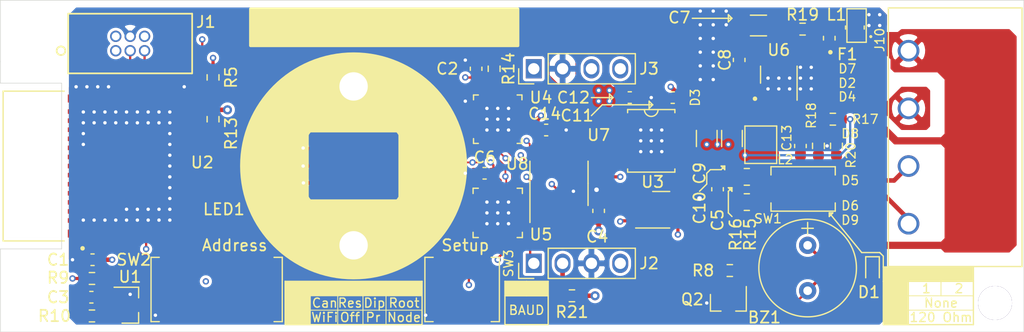
<source format=kicad_pcb>
(kicad_pcb (version 20171130) (host pcbnew "(5.1.8)-1")
  (layers (0 "Layer1(T_Copper)" signal) (1 Layer2 signal) (2 Layer3 signal) (31 "Layer4(B_Copper)" signal) (34 B.Paste user hide) (35 F.Paste user hide) (36 B.SilkS user hide) (37 F.SilkS user) (38 B.Mask user hide) (39 F.Mask user hide) (44 Edge.Cuts user))
  (net 0 "")
  (net 1 "Net-(BZ1-Pad2)")
  (net 2 +3V3)
  (net 3 EP)
  (net 4 +24V)
  (net 5 "Net-(C5-Pad1)")
  (net 6 "Net-(D2-PadC)")
  (net 7 "Net-(F1-Pad1)")
  (net 8 "Net-(J1-Pad2)")
  (net 9 "Net-(J1-Pad3)")
  (net 10 "Net-(J1-Pad5)")
  (net 11 "Net-(J1-Pad6)")
  (net 12 "Net-(J2-Pad4)")
  (net 13 /K1)
  (net 14 "Net-(J3-Pad4)")
  (net 15 "Net-(J3-Pad3)")
  (net 16 "Net-(J3-Pad1)")
  (net 17 /CAN+)
  (net 18 /CAN-)
  (net 19 GND1)
  (net 20 /LEDG)
  (net 21 /LEDR)
  (net 22 /LEDB)
  (net 23 "Net-(Q2-Pad1)")
  (net 24 /Buzzer)
  (net 25 "Net-(R14-Pad1)")
  (net 26 /LE)
  (net 27 /CLK)
  (net 28 /OE)
  (net 29 /SD)
  (net 30 /EN)
  (net 31 "Net-(R16-Pad2)")
  (net 32 +5V)
  (net 33 "Net-(R17-Pad1)")
  (net 34 "Net-(U7-Pad4)")
  (net 35 "Net-(U7-Pad6)")
  (net 36 "Net-(U7-Pad7)")
  (net 37 "Net-(D4-Pad3)")
  (net 38 "Net-(D5-Pad3)")
  (net 39 "Net-(D6-Pad3)")
  (net 40 "Net-(C8-Pad1)")
  (net 41 "Net-(C13-Pad2)")
  (net 42 "Net-(C13-Pad1)")
  (net 43 "Net-(R10-Pad1)")
  (net 44 "Net-(R15-Pad1)")
  (net 45 "Net-(R19-Pad1)")
  (net 46 "Net-(SW2-Pad9)")
  (net 47 "Net-(SW2-Pad10)")
  (net 48 "Net-(SW2-Pad11)")
  (net 49 "Net-(SW2-Pad12)")
  (net 50 "Net-(SW2-Pad13)")
  (net 51 "Net-(SW2-Pad14)")
  (net 52 "Net-(SW2-Pad15)")
  (net 53 "Net-(SW2-Pad16)")
  (net 54 "Net-(SW3-Pad5)")
  (net 55 "Net-(SW3-Pad6)")
  (net 56 "Net-(SW3-Pad7)")
  (net 57 "Net-(SW3-Pad8)")
  (net 58 "Net-(U2-Pad35)")
  (net 59 "Net-(U2-Pad34)")
  (net 60 "Net-(U2-Pad33)")
  (net 61 "Net-(U2-Pad32)")
  (net 62 "Net-(U2-Pad29)")
  (net 63 "Net-(U2-Pad28)")
  (net 64 "Net-(U2-Pad27)")
  (net 65 "Net-(U2-Pad26)")
  (net 66 "Net-(U2-Pad25)")
  (net 67 "Net-(U2-Pad24)")
  (net 68 "Net-(U2-Pad17)")
  (net 69 "Net-(U2-Pad16)")
  (net 70 "Net-(U2-Pad15)")
  (net 71 "Net-(U2-Pad10)")
  (net 72 "Net-(U2-Pad9)")
  (net 73 "Net-(U2-Pad7)")
  (net 74 "Net-(U2-Pad4)")
  (net 75 "Net-(U4-Pad8)")
  (net 76 "Net-(U4-Pad22)")
  (net 77 "Net-(U5-Pad22)")
  (net 78 "Net-(J2-Pad2)")
  (net 79 "Net-(U4-Pad9)")
  (net 80 "Net-(U4-Pad10)")
  (net 81 "Net-(U4-Pad11)")
  (net 82 "Net-(U4-Pad12)")
  (net 83 "Net-(U4-Pad13)")
  (net 84 "Net-(U4-Pad14)")
  (net 85 "Net-(U4-Pad15)")
  (net 86 "Net-(U4-Pad16)")
  (net 87 "Net-(U4-Pad17)")
  (net 88 "Net-(U4-Pad18)")
  (net 89 "Net-(U4-Pad19)")
  (net 90 "Net-(U4-Pad20)")
  (net 91 "Net-(U5-Pad15)")
  (net 92 "Net-(U5-Pad16)")
  (net 93 "Net-(U5-Pad17)")
  (net 94 /FRCS)
  (net 95 /MISO)
  (net 96 /MOSI)
  (net 97 /SCK)
  (net 98 SW)
  (net 99 "Net-(U6-Pad3)")
  (net 100 /V+)
  (module Package_DFN_QFN:DFN-8-1EP_3x3mm_P0.65mm_EP1.6x2.40mm (layer "Layer1(T_Copper)") (at 76.5175 113.706)
    (fp_text reference U3 (at 0 -2.45) (layer F.SilkS))
    (fp_text value TJA1042TK)
    (pad 9 smd rect (at 0 0) (size 1.6 2.4) (layers "Layer1(T_Copper)" F.Mask))
    (pad 8 smd roundrect (at 1.5 -0.975) (size 0.8 0.3) (layers "Layer1(T_Copper)" F.Paste F.Mask) (net 3 EP))
    (pad 7 smd roundrect (at 1.5 -0.325) (size 0.8 0.3) (layers "Layer1(T_Copper)" F.Paste F.Mask) (net 17 /CAN+))
    (pad 6 smd roundrect (at 1.5 0.325) (size 0.8 0.3) (layers "Layer1(T_Copper)" F.Paste F.Mask) (net 18 /CAN-))
    (pad 5 smd roundrect (at 1.5 0.975) (size 0.8 0.3) (layers "Layer1(T_Copper)" F.Paste F.Mask) (net 2 +3V3))
    (pad 4 smd roundrect (at -1.5 0.975) (size 0.8 0.3) (layers "Layer1(T_Copper)" F.Paste F.Mask) (net 64 "Net-(U2-Pad27)"))
    (pad 3 smd roundrect (at -1.5 0.325) (size 0.8 0.3) (layers "Layer1(T_Copper)" F.Paste F.Mask) (net 32 +5V))
    (pad 2 smd roundrect (at -1.5 -0.325) (size 0.8 0.3) (layers "Layer1(T_Copper)" F.Paste F.Mask) (net 3 EP))
    (pad 1 smd roundrect (at -1.5 -0.975) (size 0.8 0.3) (layers "Layer1(T_Copper)" F.Paste F.Mask) (net 65 "Net-(U2-Pad26)"))
  )
  (module Package_DFN_QFN:DFN-10-1EP_3x3mm_P0.5mm_EP1.7x2.5mm (layer "Layer1(T_Copper)") (at 87.63 102.5525 90)
    (fp_text reference U6 (at 2.921 0 180) (layer F.SilkS))
    (fp_text value MP4559DQ)
    (pad 11 smd rect (at 0 0 90) (size 1.7 2.5) (layers "Layer1(T_Copper)" F.Mask) (net 3 EP))
    (pad 10 smd roundrect (at 1.4625 -1 90) (size 0.7 0.25) (layers "Layer1(T_Copper)" F.Paste F.Mask) (net 40 "Net-(C8-Pad1)"))
    (pad 9 smd roundrect (at 1.4625 -0.5 90) (size 0.7 0.25) (layers "Layer1(T_Copper)" F.Paste F.Mask) (net 4 +24V))
    (pad 8 smd roundrect (at 1.4625 0 90) (size 0.7 0.25) (layers "Layer1(T_Copper)" F.Paste F.Mask) (net 4 +24V))
    (pad 7 smd roundrect (at 1.4625 0.5 90) (size 0.7 0.25) (layers "Layer1(T_Copper)" F.Paste F.Mask) (net 45 "Net-(R19-Pad1)"))
    (pad 6 smd roundrect (at 1.4625 1 90) (size 0.7 0.25) (layers "Layer1(T_Copper)" F.Paste F.Mask) (net 3 EP))
    (pad 5 smd roundrect (at -1.4625 1 90) (size 0.7 0.25) (layers "Layer1(T_Copper)" F.Paste F.Mask) (net 33 "Net-(R17-Pad1)"))
    (pad 4 smd roundrect (at -1.4625 0.5 90) (size 0.7 0.25) (layers "Layer1(T_Copper)" F.Paste F.Mask) (net 42 "Net-(C13-Pad1)"))
    (pad 3 smd roundrect (at -1.4625 0 90) (size 0.7 0.25) (layers "Layer1(T_Copper)" F.Paste F.Mask) (net 99 "Net-(U6-Pad3)"))
    (pad 2 smd roundrect (at -1.4625 -0.5 90) (size 0.7 0.25) (layers "Layer1(T_Copper)" F.Paste F.Mask) (net 98 SW))
    (pad 1 smd roundrect (at -1.4625 -1 90) (size 0.7 0.25) (layers "Layer1(T_Copper)" F.Paste F.Mask) (net 98 SW))
  )
  (module Package_DFN_QFN:XRA1403IL24-F (layer "Layer1(T_Copper)") (at 62.865 113.9825)
    (fp_text reference U5 (at 3.81 1.905) (layer F.SilkS))
    (fp_text value XRA1405IL24-F)
    (pad 1 smd rect (at -1.9431 -1.25 90) (size 0.254 0.8128) (layers "Layer1(T_Copper)" F.Paste F.Mask) (net 53 "Net-(SW2-Pad16)"))
    (pad 2 smd rect (at -1.9431 -0.750001 90) (size 0.254 0.8128) (layers "Layer1(T_Copper)" F.Paste F.Mask) (net 52 "Net-(SW2-Pad15)"))
    (pad 3 smd rect (at -1.9431 -0.25 90) (size 0.254 0.8128) (layers "Layer1(T_Copper)" F.Paste F.Mask) (net 51 "Net-(SW2-Pad14)"))
    (pad 4 smd rect (at -1.9431 0.25 90) (size 0.254 0.8128) (layers "Layer1(T_Copper)" F.Paste F.Mask) (net 50 "Net-(SW2-Pad13)"))
    (pad 5 smd rect (at -1.9431 0.750001 90) (size 0.254 0.8128) (layers "Layer1(T_Copper)" F.Paste F.Mask) (net 49 "Net-(SW2-Pad12)"))
    (pad 6 smd rect (at -1.9431 1.25 90) (size 0.254 0.8128) (layers "Layer1(T_Copper)" F.Paste F.Mask) (net 48 "Net-(SW2-Pad11)"))
    (pad 7 smd rect (at -1.25 1.9431) (size 0.254 0.8128) (layers "Layer1(T_Copper)" F.Paste F.Mask) (net 47 "Net-(SW2-Pad10)"))
    (pad 8 smd rect (at -0.750001 1.9431) (size 0.254 0.8128) (layers "Layer1(T_Copper)" F.Paste F.Mask) (net 46 "Net-(SW2-Pad9)"))
    (pad 9 smd rect (at -0.25 1.9431) (size 0.254 0.8128) (layers "Layer1(T_Copper)" F.Paste F.Mask) (net 3 EP))
    (pad 10 smd rect (at 0.25 1.9431) (size 0.254 0.8128) (layers "Layer1(T_Copper)" F.Paste F.Mask) (net 57 "Net-(SW3-Pad8)"))
    (pad 11 smd rect (at 0.750001 1.9431) (size 0.254 0.8128) (layers "Layer1(T_Copper)" F.Paste F.Mask) (net 56 "Net-(SW3-Pad7)"))
    (pad 12 smd rect (at 1.25 1.9431) (size 0.254 0.8128) (layers "Layer1(T_Copper)" F.Paste F.Mask) (net 55 "Net-(SW3-Pad6)"))
    (pad 13 smd rect (at 1.9431 1.25 90) (size 0.254 0.8128) (layers "Layer1(T_Copper)" F.Paste F.Mask) (net 54 "Net-(SW3-Pad5)"))
    (pad 14 smd rect (at 1.9431 0.750001 90) (size 0.254 0.8128) (layers "Layer1(T_Copper)" F.Paste F.Mask) (net 13 /K1))
    (pad 15 smd rect (at 1.9431 0.25 90) (size 0.254 0.8128) (layers "Layer1(T_Copper)" F.Paste F.Mask) (net 91 "Net-(U5-Pad15)"))
    (pad 16 smd rect (at 1.9431 -0.25 90) (size 0.254 0.8128) (layers "Layer1(T_Copper)" F.Paste F.Mask) (net 92 "Net-(U5-Pad16)"))
    (pad 17 smd rect (at 1.9431 -0.750001 90) (size 0.254 0.8128) (layers "Layer1(T_Copper)" F.Paste F.Mask) (net 93 "Net-(U5-Pad17)"))
    (pad 18 smd rect (at 1.9431 -1.25 90) (size 0.254 0.8128) (layers "Layer1(T_Copper)" F.Paste F.Mask) (net 69 "Net-(U2-Pad16)"))
    (pad 19 smd rect (at 1.25 -1.9431) (size 0.254 0.8128) (layers "Layer1(T_Copper)" F.Paste F.Mask) (net 97 /SCK))
    (pad 20 smd rect (at 0.750001 -1.9431) (size 0.254 0.8128) (layers "Layer1(T_Copper)" F.Paste F.Mask) (net 95 /MISO))
    (pad 21 smd rect (at 0.25 -1.9431) (size 0.254 0.8128) (layers "Layer1(T_Copper)" F.Paste F.Mask) (net 2 +3V3))
    (pad 22 smd rect (at -0.25 -1.9431) (size 0.254 0.8128) (layers "Layer1(T_Copper)" F.Paste F.Mask) (net 77 "Net-(U5-Pad22)"))
    (pad 23 smd rect (at -0.750001 -1.9431) (size 0.254 0.8128) (layers "Layer1(T_Copper)" F.Paste F.Mask) (net 2 +3V3))
    (pad 24 smd rect (at -1.25 -1.9431) (size 0.254 0.8128) (layers "Layer1(T_Copper)" F.Paste F.Mask) (net 96 /MOSI))
    (pad 25 smd rect (at 0 0) (size 2.5908 2.5908) (layers "Layer1(T_Copper)" F.Paste F.Mask) (net 3 EP))
  )
  (module Package_SO:SOIC-8_3.9x4.9mm_P1.27mm (layer "Layer1(T_Copper)") (at 68.2625 111.3775 90)
    (fp_text reference U8 (at 1.713 -3.683 180) (layer F.SilkS))
    (fp_text value MB85RS16)
    (pad 8 smd roundrect (at 2.475 -1.905 90) (size 1.95 0.6) (layers "Layer1(T_Copper)" F.Paste F.Mask) (net 2 +3V3))
    (pad 7 smd roundrect (at 2.475 -0.635 90) (size 1.95 0.6) (layers "Layer1(T_Copper)" F.Paste F.Mask) (net 2 +3V3))
    (pad 6 smd roundrect (at 2.475 0.635 90) (size 1.95 0.6) (layers "Layer1(T_Copper)" F.Paste F.Mask) (net 97 /SCK))
    (pad 5 smd roundrect (at 2.475 1.905 90) (size 1.95 0.6) (layers "Layer1(T_Copper)" F.Paste F.Mask) (net 96 /MOSI))
    (pad 4 smd roundrect (at -2.475 1.905 90) (size 1.95 0.6) (layers "Layer1(T_Copper)" F.Paste F.Mask) (net 3 EP))
    (pad 3 smd roundrect (at -2.475 0.635 90) (size 1.95 0.6) (layers "Layer1(T_Copper)" F.Paste F.Mask) (net 2 +3V3))
    (pad 2 smd roundrect (at -2.475 -0.635 90) (size 1.95 0.6) (layers "Layer1(T_Copper)" F.Paste F.Mask) (net 95 /MISO))
    (pad 1 smd roundrect (at -2.475 -1.905 90) (size 1.95 0.6) (layers "Layer1(T_Copper)" F.Paste F.Mask) (net 94 /FRCS))
  )
  (module Capacitor_SMD:C_0603_1608Metric (layer "Layer1(T_Copper)") (at 67.1325 106.68)
    (fp_text reference C14 (at -0.14 -1.43) (layer F.SilkS))
    (fp_text value 100nF)
    (pad 2 smd roundrect (at 0.775 0) (size 0.9 0.95) (layers "Layer1(T_Copper)" F.Paste F.Mask) (net 3 EP))
    (pad 1 smd roundrect (at -0.775 0) (size 0.9 0.95) (layers "Layer1(T_Copper)" F.Paste F.Mask) (net 2 +3V3))
  )
  (module Resistor_SMD:R_0603_1608Metric (layer "Layer1(T_Copper)") (at 69.405 121.285 180)
    (fp_text reference R21 (at 0 -1.43) (layer F.SilkS))
    (fp_text value 42.2)
    (pad 2 smd roundrect (at 0.825 0 180) (size 0.8 0.95) (layers "Layer1(T_Copper)" F.Paste F.Mask) (net 78 "Net-(J2-Pad2)"))
    (pad 1 smd roundrect (at -0.825 0 180) (size 0.8 0.95) (layers "Layer1(T_Copper)" F.Paste F.Mask) (net 2 +3V3))
  )
  (module Connector_PinSocket_1.27mm:3220-06-0100-00 (layer "Layer1(T_Copper)") (at 29.21 99.695)
    (fp_text reference J1 (at 7.9375 -2.54) (layer F.SilkS))
    (fp_text value EspressifMon hide)
    (pad 1 thru_hole circle (at 0 0) (size 1 1) (drill 0.7) (layers *.Cu *.Mask) (net 30 /EN))
    (pad 2 thru_hole circle (at 0 -1.27) (size 1 1) (drill 0.7) (layers *.Cu *.Mask) (net 8 "Net-(J1-Pad2)"))
    (pad 3 thru_hole circle (at 1.27 0) (size 1 1) (drill 0.7) (layers *.Cu *.Mask) (net 9 "Net-(J1-Pad3)"))
    (pad 4 thru_hole circle (at 1.27 -1.27) (size 1 1) (drill 0.7) (layers *.Cu *.Mask) (net 3 EP))
    (pad 5 thru_hole circle (at 2.54 0) (size 1 1) (drill 0.7) (layers *.Cu *.Mask) (net 10 "Net-(J1-Pad5)"))
    (pad 6 thru_hole circle (at 2.54 -1.27) (size 1 1) (drill 0.7) (layers *.Cu *.Mask) (net 11 "Net-(J1-Pad6)"))
  )
  (module Buzzer_Beeper:GT-0903A (layer "Layer1(T_Copper)") (at 90.17 118.84)
    (fp_text reference BZ1 (at -3.81 4.35) (layer F.SilkS))
    (fp_text value GT-0903A)
    (pad 2 thru_hole circle (at 0 2) (size 1.524 1.524) (drill 0.762) (layers *.Cu *.Mask) (net 1 "Net-(BZ1-Pad2)"))
    (pad 1 thru_hole circle (at 0 -2) (size 1.524 1.524) (drill 0.762) (layers *.Cu *.Mask) (net 2 +3V3))
  )
  (module Connector:OQ0454510000G (layer "Layer1(T_Copper)") (at 99.06 114.935 90)
    (fp_text reference J10 (at 16.1925 -2.54 270) (layer F.SilkS) (effects (font (size 0.8 0.8) (thickness 0.12))))
    (fp_text value 1757268 hide)
    (pad 1 thru_hole circle (at 0 0 90) (size 1.905 1.905) (drill 1.397) (layers *.Cu *.Mask) (net 18 /CAN-))
    (pad 2 thru_hole circle (at 5.08 0 90) (size 1.905 1.905) (drill 1.397) (layers *.Cu *.Mask) (net 17 /CAN+))
    (pad 3 thru_hole circle (at 10.16 0 90) (size 1.905 1.905) (drill 1.397) (layers *.Cu *.Mask) (net 100 /V+))
    (pad 4 thru_hole circle (at 15.24 0 90) (size 1.905 1.905) (drill 1.397) (layers *.Cu *.Mask) (net 19 GND1))
  )
  (module Package_DFN_QFN:PTVS10VU1UPAZ (layer "Layer1(T_Copper)") (at 95.5675 115.82)
    (fp_text reference D9 (at -1.651 -1.2025 180) (layer F.SilkS) (effects (font (size 0.8 0.8) (thickness 0.12))))
    (fp_text value PTVS24VU1UPA hide)
    (pad 1 smd rect (at -0.65 0.8) (size 0.4 0.5) (layers "Layer1(T_Copper)" F.Paste F.Mask) (net 19 GND1))
    (pad 2 smd rect (at 0.65 0.8) (size 0.4 0.5) (layers "Layer1(T_Copper)" F.Paste F.Mask) (net 19 GND1))
    (pad 3 smd rect (at 0 -0.25 90) (size 1.1 1.6) (layers "Layer1(T_Copper)" F.Paste F.Mask) (net 39 "Net-(D6-Pad3)"))
    (pad 4 smd rect (at 0 -0.975 90) (size 0.35 0.4) (layers "Layer1(T_Copper)" F.Paste F.Mask) (net 39 "Net-(D6-Pad3)"))
  )
  (module Package_DFN_QFN:PTVS10VU1UPAZ (layer "Layer1(T_Copper)") (at 95.5675 107.573 180)
    (fp_text reference D8 (at 1.651 0.5755 180) (layer F.SilkS) (effects (font (size 0.8 0.8) (thickness 0.12))))
    (fp_text value PTVS24VU1UPA hide)
    (pad 1 smd rect (at -0.65 0.8 180) (size 0.4 0.5) (layers "Layer1(T_Copper)" F.Paste F.Mask) (net 19 GND1))
    (pad 2 smd rect (at 0.65 0.8 180) (size 0.4 0.5) (layers "Layer1(T_Copper)" F.Paste F.Mask) (net 19 GND1))
    (pad 3 smd rect (at 0 -0.25 270) (size 1.1 1.6) (layers "Layer1(T_Copper)" F.Paste F.Mask) (net 38 "Net-(D5-Pad3)"))
    (pad 4 smd rect (at 0 -0.975 270) (size 0.35 0.4) (layers "Layer1(T_Copper)" F.Paste F.Mask) (net 38 "Net-(D5-Pad3)"))
  )
  (module Package_DFN_QFN:PTVS10VU1UPAZ (layer "Layer1(T_Copper)") (at 95.5675 100.715 180)
    (fp_text reference D7 (at 1.905 -0.5675 180) (layer F.SilkS) (effects (font (size 0.8 0.8) (thickness 0.12))))
    (fp_text value PTVS24VU1UPA hide)
    (pad 1 smd rect (at -0.65 0.8 180) (size 0.4 0.5) (layers "Layer1(T_Copper)" F.Paste F.Mask) (net 19 GND1))
    (pad 2 smd rect (at 0.65 0.8 180) (size 0.4 0.5) (layers "Layer1(T_Copper)" F.Paste F.Mask) (net 19 GND1))
    (pad 3 smd rect (at 0 -0.25 270) (size 1.1 1.6) (layers "Layer1(T_Copper)" F.Paste F.Mask) (net 37 "Net-(D4-Pad3)"))
    (pad 4 smd rect (at 0 -0.975 270) (size 0.35 0.4) (layers "Layer1(T_Copper)" F.Paste F.Mask) (net 37 "Net-(D4-Pad3)"))
  )
  (module Package_DFN_QFN:PTVS10VU1UPAZ (layer "Layer1(T_Copper)") (at 95.5675 113.0975 180)
    (fp_text reference D6 (at 1.651 -0.25 180) (layer F.SilkS) (effects (font (size 0.8 0.8) (thickness 0.12))))
    (fp_text value PTVS24VU1UPA hide)
    (pad 1 smd rect (at -0.65 0.8 180) (size 0.4 0.5) (layers "Layer1(T_Copper)" F.Paste F.Mask) (net 18 /CAN-))
    (pad 2 smd rect (at 0.65 0.8 180) (size 0.4 0.5) (layers "Layer1(T_Copper)" F.Paste F.Mask) (net 18 /CAN-))
    (pad 3 smd rect (at 0 -0.25 270) (size 1.1 1.6) (layers "Layer1(T_Copper)" F.Paste F.Mask) (net 39 "Net-(D6-Pad3)"))
    (pad 4 smd rect (at 0 -0.975 270) (size 0.35 0.4) (layers "Layer1(T_Copper)" F.Paste F.Mask) (net 39 "Net-(D6-Pad3)"))
  )
  (module Package_DFN_QFN:PTVS10VU1UPAZ (layer "Layer1(T_Copper)") (at 95.5525 110.325)
    (fp_text reference D5 (at -1.636 0.8) (layer F.SilkS) (effects (font (size 0.8 0.8) (thickness 0.12))))
    (fp_text value PTVS24VU1UPA hide)
    (pad 1 smd rect (at -0.65 0.8) (size 0.4 0.5) (layers "Layer1(T_Copper)" F.Paste F.Mask) (net 17 /CAN+))
    (pad 2 smd rect (at 0.65 0.8) (size 0.4 0.5) (layers "Layer1(T_Copper)" F.Paste F.Mask) (net 17 /CAN+))
    (pad 3 smd rect (at 0 -0.25 90) (size 1.1 1.6) (layers "Layer1(T_Copper)" F.Paste F.Mask) (net 38 "Net-(D5-Pad3)"))
    (pad 4 smd rect (at 0 -0.975 90) (size 0.35 0.4) (layers "Layer1(T_Copper)" F.Paste F.Mask) (net 38 "Net-(D5-Pad3)"))
  )
  (module Package_DFN_QFN:PTVS10VU1UPAZ (layer "Layer1(T_Copper)") (at 95.5675 103.755)
    (fp_text reference D4 (at -1.905 0) (layer F.SilkS) (effects (font (size 0.8 0.8) (thickness 0.12))))
    (fp_text value PTVS24VU1UPA hide)
    (pad 1 smd rect (at -0.65 0.8) (size 0.4 0.5) (layers "Layer1(T_Copper)" F.Paste F.Mask) (net 100 /V+))
    (pad 2 smd rect (at 0.65 0.8) (size 0.4 0.5) (layers "Layer1(T_Copper)" F.Paste F.Mask) (net 100 /V+))
    (pad 3 smd rect (at 0 -0.25 90) (size 1.1 1.6) (layers "Layer1(T_Copper)" F.Paste F.Mask) (net 37 "Net-(D4-Pad3)"))
    (pad 4 smd rect (at 0 -0.975 90) (size 0.35 0.4) (layers "Layer1(T_Copper)" F.Paste F.Mask) (net 37 "Net-(D4-Pad3)"))
  )
  (module Resistor_SMD:R_0805_2012Metric (layer "Layer1(T_Copper)") (at 84.8125 110.8075)
    (fp_text reference R16 (at -0.9925 5.08 90) (layer F.SilkS))
    (fp_text value 60)
    (pad 2 smd roundrect (at 0.9125 0) (size 1.025 1.4) (layers "Layer1(T_Copper)" F.Paste F.Mask) (roundrect_rratio 0.2439004878048781) (net 31 "Net-(R16-Pad2)"))
    (pad 1 smd roundrect (at -0.9125 0) (size 1.025 1.4) (layers "Layer1(T_Copper)" F.Paste F.Mask) (roundrect_rratio 0.2439004878048781) (net 5 "Net-(C5-Pad1)"))
  )
  (module Resistor_SMD:R_0805_2012Metric (layer "Layer1(T_Copper)") (at 84.8125 113.03 180)
    (fp_text reference R15 (at -0.2775 -2.8575 90) (layer F.SilkS))
    (fp_text value 60)
    (pad 2 smd roundrect (at 0.9125 0 180) (size 1.025 1.4) (layers "Layer1(T_Copper)" F.Paste F.Mask) (roundrect_rratio 0.2439004878048781) (net 5 "Net-(C5-Pad1)"))
    (pad 1 smd roundrect (at -0.9125 0 180) (size 1.025 1.4) (layers "Layer1(T_Copper)" F.Paste F.Mask) (roundrect_rratio 0.2439004878048781) (net 44 "Net-(R15-Pad1)"))
  )
  (module Connector_PinHeader_2.54mm:PinHeader_1x04_P2.54mm_Vertical_NoConn (layer "Layer1(T_Copper)") (at 66.04 101.2825 90)
    (fp_text reference J3 (at 0 10.16 180) (layer F.SilkS))
    (fp_text value "Conn_01x04(P2L)")
    (pad 4 thru_hole oval (at 0 7.62 90) (size 1.7 1.4) (drill 1) (layers *.Cu *.Mask) (net 14 "Net-(J3-Pad4)"))
    (pad 3 thru_hole oval (at 0 5.08 90) (size 1.7 1.4) (drill 1) (layers *.Cu *.Mask) (net 15 "Net-(J3-Pad3)"))
    (pad 2 thru_hole oval (at 0 2.54 90) (size 1.7 1.4) (drill 1) (layers *.Cu *.Mask) (net 3 EP))
    (pad 1 thru_hole rect (at 0 0 90) (size 1.7 1.4) (drill 1) (layers *.Cu *.Mask) (net 16 "Net-(J3-Pad1)"))
  )
  (module Connector_PinHeader_2.54mm:PinHeader_1x04_P2.54mm_Vertical_NoConn (layer "Layer1(T_Copper)") (at 66.04 118.4275 90)
    (fp_text reference J2 (at 0 10.16 180) (layer F.SilkS))
    (fp_text value "Conn_01x04(P2L)")
    (pad 4 thru_hole oval (at 0 7.62 90) (size 1.7 1.4) (drill 1) (layers *.Cu *.Mask) (net 12 "Net-(J2-Pad4)"))
    (pad 3 thru_hole oval (at 0 5.08 90) (size 1.7 1.4) (drill 1) (layers *.Cu *.Mask) (net 3 EP))
    (pad 2 thru_hole oval (at 0 2.54 90) (size 1.7 1.4) (drill 1) (layers *.Cu *.Mask) (net 78 "Net-(J2-Pad2)"))
    (pad 1 thru_hole rect (at 0 0 90) (size 1.7 1.4) (drill 1) (layers *.Cu *.Mask) (net 13 /K1))
  )
  (module LED_SMD:150505M173300 (layer "Layer1(T_Copper)") (at 50.165 109.84 180)
    (fp_text reference LED1 (at 11.43 -3.825) (layer F.SilkS))
    (fp_text value LED150505 hide)
    (pad 2 smd rect (at 2.2011 -1.499999 180) (size 2.8 1) (layers "Layer1(T_Copper)" F.Paste F.Mask) (net 32 +5V))
    (pad 4 smd rect (at 2.2011 0 180) (size 2.8 1) (layers "Layer1(T_Copper)" F.Paste F.Mask) (net 32 +5V))
    (pad 6 smd rect (at 2.2011 1.499999 180) (size 2.8 1) (layers "Layer1(T_Copper)" F.Paste F.Mask) (net 32 +5V))
    (pad 5 smd rect (at -2.2011 1.499999 180) (size 2.8 1) (layers "Layer1(T_Copper)" F.Paste F.Mask) (net 20 /LEDG))
    (pad 3 smd rect (at -2.2011 0 180) (size 2.8 1) (layers "Layer1(T_Copper)" F.Paste F.Mask) (net 21 /LEDR))
    (pad 1 smd rect (at -2.2011 -1.499999 180) (size 2.8 1) (layers "Layer1(T_Copper)" F.Paste F.Mask) (net 22 /LEDB))
    (pad 7 thru_hole circle (at 0 -7 180) (size 2.5 2.5) (drill 2.5) (layers *.Cu *.Mask))
    (pad 8 thru_hole circle (at 0 7 180) (size 2.5 2.5) (drill 2.5) (layers *.Cu *.Mask))
  )
  (module Package_SO:BD33IA5MEFJ-ME2 (layer "Layer1(T_Copper)") (at 76.3905 107.6325)
    (fp_text reference U7 (at -4.6355 -0.508) (layer F.SilkS))
    (fp_text value BD33IA5MEFJ-ME2 hide)
    (pad 1 smd rect (at -2.667 -1.905) (size 1.3716 0.4826) (layers "Layer1(T_Copper)" F.Paste F.Mask) (net 2 +3V3))
    (pad 2 smd rect (at -2.667 -0.635) (size 1.3716 0.4826) (layers "Layer1(T_Copper)" F.Paste F.Mask) (net 2 +3V3))
    (pad 3 smd rect (at -2.667 0.635) (size 1.3716 0.4826) (layers "Layer1(T_Copper)" F.Paste F.Mask) (net 3 EP))
    (pad 4 smd rect (at -2.667 1.905) (size 1.3716 0.4826) (layers "Layer1(T_Copper)" F.Paste F.Mask) (net 34 "Net-(U7-Pad4)"))
    (pad 5 smd rect (at 2.667 1.905) (size 1.3716 0.4826) (layers "Layer1(T_Copper)" F.Paste F.Mask) (net 32 +5V))
    (pad 6 smd rect (at 2.667 0.635) (size 1.3716 0.4826) (layers "Layer1(T_Copper)" F.Paste F.Mask) (net 35 "Net-(U7-Pad6)"))
    (pad 7 smd rect (at 2.667 -0.635) (size 1.3716 0.4826) (layers "Layer1(T_Copper)" F.Paste F.Mask) (net 36 "Net-(U7-Pad7)"))
    (pad 8 smd rect (at 2.667 -1.905) (size 1.3716 0.4826) (layers "Layer1(T_Copper)" F.Paste F.Mask) (net 32 +5V))
    (pad 9 smd rect (at 0 0) (size 2.413 3.2004) (layers "Layer1(T_Copper)" F.Mask) (net 3 EP))
  )
  (module Button_Switch_SMD:CHS-02TA (layer "Layer1(T_Copper)") (at 89.7715 115.697)
    (fp_text reference SW1 (at -3.094 -1.2065) (layer F.SilkS) (effects (font (size 0.8 0.8) (thickness 0.12))))
    (fp_text value CHS-02TA hide)
    (pad 1 smd rect (at -2.3035 -4.445) (size 1.397 0.5588) (layers "Layer1(T_Copper)" F.Paste F.Mask) (net 31 "Net-(R16-Pad2)"))
    (pad 2 smd rect (at -2.3035 -3.175) (size 1.397 0.5588) (layers "Layer1(T_Copper)" F.Paste F.Mask) (net 44 "Net-(R15-Pad1)"))
    (pad 3 smd rect (at 2.3035 -3.175) (size 1.397 0.5588) (layers "Layer1(T_Copper)" F.Paste F.Mask) (net 18 /CAN-))
    (pad 4 smd rect (at 2.3035 -4.445) (size 1.397 0.5588) (layers "Layer1(T_Copper)" F.Paste F.Mask) (net 17 /CAN+))
  )
  (module Button_Switch_SMD:CHS-04TA (layer "Layer1(T_Copper)") (at 62.23 120.731 90)
    (fp_text reference SW3 (at 2.3035 1.5875 270) (layer F.SilkS) (effects (font (size 0.8 0.8) (thickness 0.12))))
    (fp_text value CHS-04TA hide)
    (pad 1 smd rect (at -2.3035 -4.445 90) (size 1.397 0.5588) (layers "Layer1(T_Copper)" F.Paste F.Mask) (net 3 EP))
    (pad 2 smd rect (at -2.3035 -3.175 90) (size 1.397 0.5588) (layers "Layer1(T_Copper)" F.Paste F.Mask) (net 3 EP))
    (pad 3 smd rect (at -2.3035 -1.905 90) (size 1.397 0.5588) (layers "Layer1(T_Copper)" F.Paste F.Mask) (net 3 EP))
    (pad 4 smd rect (at -2.3035 -0.635 90) (size 1.397 0.5588) (layers "Layer1(T_Copper)" F.Paste F.Mask) (net 3 EP))
    (pad 5 smd rect (at 2.3035 -0.635 90) (size 1.397 0.5588) (layers "Layer1(T_Copper)" F.Paste F.Mask) (net 54 "Net-(SW3-Pad5)"))
    (pad 6 smd rect (at 2.3035 -1.905 90) (size 1.397 0.5588) (layers "Layer1(T_Copper)" F.Paste F.Mask) (net 55 "Net-(SW3-Pad6)"))
    (pad 7 smd rect (at 2.3035 -3.175 90) (size 1.397 0.5588) (layers "Layer1(T_Copper)" F.Paste F.Mask) (net 56 "Net-(SW3-Pad7)"))
    (pad 8 smd rect (at 2.3035 -4.445 90) (size 1.397 0.5588) (layers "Layer1(T_Copper)" F.Paste F.Mask) (net 57 "Net-(SW3-Pad8)"))
  )
  (module Capacitor_SMD:C_0603_1608Metric (layer "Layer1(T_Copper)") (at 74.4985 103.8225)
    (fp_text reference C12 (at -4.966 0) (layer F.SilkS))
    (fp_text value 1uF)
    (pad 2 smd roundrect (at 0.775 0) (size 0.9 0.95) (layers "Layer1(T_Copper)" F.Paste F.Mask) (net 3 EP))
    (pad 1 smd roundrect (at -0.775 0) (size 0.9 0.95) (layers "Layer1(T_Copper)" F.Paste F.Mask) (net 2 +3V3))
  )
  (module Capacitor_SMD:C_0603_1608Metric (layer "Layer1(T_Copper)") (at 78.2825 103.8225 180)
    (fp_text reference C11 (at 8.4325 -1.5875) (layer F.SilkS))
    (fp_text value 1uF)
    (pad 2 smd roundrect (at 0.775 0 180) (size 0.9 0.95) (layers "Layer1(T_Copper)" F.Paste F.Mask) (net 3 EP))
    (pad 1 smd roundrect (at -0.775 0 180) (size 0.9 0.95) (layers "Layer1(T_Copper)" F.Paste F.Mask) (net 32 +5V))
  )
  (module Capacitor_SMD:C_1206_3216Metric (layer "Layer1(T_Copper)") (at 83.5025 107.4275 90)
    (fp_text reference C10 (at -6.1105 -2.8575 90) (layer F.SilkS))
    (fp_text value 22uF)
    (pad 2 smd roundrect (at 1.475 0 90) (size 1.15 1.8) (layers "Layer1(T_Copper)" F.Paste F.Mask) (roundrect_rratio 0.2173904347826087) (net 3 EP))
    (pad 1 smd roundrect (at -1.475 0 90) (size 1.15 1.8) (layers "Layer1(T_Copper)" F.Paste F.Mask) (roundrect_rratio 0.2173904347826087) (net 32 +5V))
  )
  (module Capacitor_SMD:C_0603_1608Metric (layer "Layer1(T_Copper)") (at 61.709 110.49 180)
    (fp_text reference C6 (at -0.013 1.397) (layer F.SilkS))
    (fp_text value 100nF)
    (pad 2 smd roundrect (at 0.775 0 180) (size 0.9 0.95) (layers "Layer1(T_Copper)" F.Paste F.Mask) (net 3 EP))
    (pad 1 smd roundrect (at -0.775 0 180) (size 0.9 0.95) (layers "Layer1(T_Copper)" F.Paste F.Mask) (net 2 +3V3))
  )
  (module Button_Switch_SMD:CHS-08TA (layer "Layer1(T_Copper)") (at 38.1 120.731 90)
    (fp_text reference SW2 (at 2.621 -7.3025 180) (layer F.SilkS))
    (fp_text value CHS-08TA hide)
    (pad 1 smd rect (at -2.3035 -4.445 90) (size 1.397 0.5588) (layers "Layer1(T_Copper)" F.Paste F.Mask) (net 3 EP))
    (pad 2 smd rect (at -2.3035 -3.175 90) (size 1.397 0.5588) (layers "Layer1(T_Copper)" F.Paste F.Mask) (net 3 EP))
    (pad 3 smd rect (at -2.3035 -1.905 90) (size 1.397 0.5588) (layers "Layer1(T_Copper)" F.Paste F.Mask) (net 3 EP))
    (pad 4 smd rect (at -2.3035 -0.635 90) (size 1.397 0.5588) (layers "Layer1(T_Copper)" F.Paste F.Mask) (net 3 EP))
    (pad 5 smd rect (at -2.3035 0.635 90) (size 1.397 0.5588) (layers "Layer1(T_Copper)" F.Paste F.Mask) (net 3 EP))
    (pad 6 smd rect (at -2.3035 1.905 90) (size 1.397 0.5588) (layers "Layer1(T_Copper)" F.Paste F.Mask) (net 3 EP))
    (pad 7 smd rect (at -2.3035 3.175 90) (size 1.397 0.5588) (layers "Layer1(T_Copper)" F.Paste F.Mask) (net 3 EP))
    (pad 8 smd rect (at -2.3035 4.445 90) (size 1.397 0.5588) (layers "Layer1(T_Copper)" F.Paste F.Mask) (net 3 EP))
    (pad 9 smd rect (at 2.3035 4.445 90) (size 1.397 0.5588) (layers "Layer1(T_Copper)" F.Paste F.Mask) (net 46 "Net-(SW2-Pad9)"))
    (pad 10 smd rect (at 2.3035 3.175 90) (size 1.397 0.5588) (layers "Layer1(T_Copper)" F.Paste F.Mask) (net 47 "Net-(SW2-Pad10)"))
    (pad 11 smd rect (at 2.3035 1.905 90) (size 1.397 0.5588) (layers "Layer1(T_Copper)" F.Paste F.Mask) (net 48 "Net-(SW2-Pad11)"))
    (pad 12 smd rect (at 2.3035 0.635 90) (size 1.397 0.5588) (layers "Layer1(T_Copper)" F.Paste F.Mask) (net 49 "Net-(SW2-Pad12)"))
    (pad 13 smd rect (at 2.3035 -0.635 90) (size 1.397 0.5588) (layers "Layer1(T_Copper)" F.Paste F.Mask) (net 50 "Net-(SW2-Pad13)"))
    (pad 14 smd rect (at 2.3035 -1.905 90) (size 1.397 0.5588) (layers "Layer1(T_Copper)" F.Paste F.Mask) (net 51 "Net-(SW2-Pad14)"))
    (pad 15 smd rect (at 2.3035 -3.175 90) (size 1.397 0.5588) (layers "Layer1(T_Copper)" F.Paste F.Mask) (net 52 "Net-(SW2-Pad15)"))
    (pad 16 smd rect (at 2.3035 -4.445 90) (size 1.397 0.5588) (layers "Layer1(T_Copper)" F.Paste F.Mask) (net 53 "Net-(SW2-Pad16)"))
  )
  (module Package_TO_SOT_SMD:SOT-23 (layer "Layer1(T_Copper)") (at 30.464 122.113)
    (fp_text reference U1 (at 0 -2.5) (layer F.SilkS))
    (fp_text value TCM809)
    (pad 3 smd rect (at 1 0) (size 0.9 0.8) (layers "Layer1(T_Copper)" F.Paste F.Mask) (net 2 +3V3))
    (pad 2 smd rect (at -1 0.95) (size 0.9 0.8) (layers "Layer1(T_Copper)" F.Paste F.Mask) (net 43 "Net-(R10-Pad1)"))
    (pad 1 smd rect (at -1 -0.95) (size 0.9 0.8) (layers "Layer1(T_Copper)" F.Paste F.Mask) (net 3 EP))
  )
  (module Resistor_SMD:R_0603_1608Metric (layer "Layer1(T_Copper)") (at 27.114 123.063 180)
    (fp_text reference R10 (at 3.3015 0) (layer F.SilkS))
    (fp_text value 1K)
    (pad 2 smd roundrect (at 0.825 0 180) (size 0.8 0.95) (layers "Layer1(T_Copper)" F.Paste F.Mask) (net 30 /EN))
    (pad 1 smd roundrect (at -0.825 0 180) (size 0.8 0.95) (layers "Layer1(T_Copper)" F.Paste F.Mask) (net 43 "Net-(R10-Pad1)"))
  )
  (module Resistor_SMD:R_0603_1608Metric (layer "Layer1(T_Copper)") (at 37.7825 102.045 90)
    (fp_text reference R5 (at 0 1.5875 90) (layer F.SilkS))
    (fp_text value 0)
    (pad 2 smd roundrect (at 0.825 0 90) (size 0.8 0.95) (layers "Layer1(T_Copper)" F.Paste F.Mask) (net 8 "Net-(J1-Pad2)"))
    (pad 1 smd roundrect (at -0.825 0 90) (size 0.8 0.95) (layers "Layer1(T_Copper)" F.Paste F.Mask) (net 2 +3V3))
  )
  (module Resistor_SMD:R_0603_1608Metric (layer "Layer1(T_Copper)") (at 37.7825 105.7275 270)
    (fp_text reference R13 (at 1.27 -1.5875 270) (layer F.SilkS))
    (fp_text value 10K)
    (pad 2 smd roundrect (at 0.825 0 270) (size 0.8 0.95) (layers "Layer1(T_Copper)" F.Paste F.Mask) (net 94 /FRCS))
    (pad 1 smd roundrect (at -0.825 0 270) (size 0.8 0.95) (layers "Layer1(T_Copper)" F.Paste F.Mask) (net 2 +3V3))
  )
  (module Capacitor_SMD:C_0603_1608Metric (layer "Layer1(T_Copper)") (at 82.2325 111.9 270)
    (fp_text reference C5 (at 2.7175 0 90) (layer F.SilkS))
    (fp_text value 4.7nF)
    (pad 2 smd roundrect (at 0.775 0 270) (size 0.9 0.95) (layers "Layer1(T_Copper)" F.Paste F.Mask) (net 3 EP))
    (pad 1 smd roundrect (at -0.775 0 270) (size 0.9 0.95) (layers "Layer1(T_Copper)" F.Paste F.Mask) (net 5 "Net-(C5-Pad1)"))
  )
  (module Capacitor_SMD:C_0603_1608Metric (layer "Layer1(T_Copper)") (at 71.755 113.805 90)
    (fp_text reference C4 (at -2.273 -0.127 180) (layer F.SilkS))
    (fp_text value 100nF)
    (pad 2 smd roundrect (at 0.775 0 90) (size 0.9 0.95) (layers "Layer1(T_Copper)" F.Paste F.Mask) (net 3 EP))
    (pad 1 smd roundrect (at -0.775 0 90) (size 0.9 0.95) (layers "Layer1(T_Copper)" F.Paste F.Mask) (net 32 +5V))
  )
  (module Inductor_SMD:SRF2012-221YA (layer "Layer1(T_Copper)") (at 94.3325 97.6503 180)
    (fp_text reference L1 (at 1.6225 1.1303) (layer F.SilkS))
    (fp_text value SRF2012-221YA hide)
    (pad 1 smd rect (at -0.6 -0.7747 180) (size 0.4 0.75) (layers "Layer1(T_Copper)" F.Paste F.Mask) (net 19 GND1))
    (pad 2 smd rect (at -0.6 1.1 180) (size 0.4 0.75) (layers "Layer1(T_Copper)" F.Paste F.Mask) (net 3 EP))
    (pad 3 smd rect (at 0.3 1.1 180) (size 0.4 0.75) (layers "Layer1(T_Copper)" F.Paste F.Mask) (net 4 +24V))
    (pad 4 smd rect (at 0.3 -0.7747 180) (size 0.4 0.75) (layers "Layer1(T_Copper)" F.Paste F.Mask) (net 7 "Net-(F1-Pad1)"))
  )
  (module Fuse:Fuse_0603_1608Metric (layer "Layer1(T_Copper)") (at 92.075 98.59 270)
    (fp_text reference F1 (at 1.4225 -1.5875 180) (layer F.SilkS))
    (fp_text value 0.25)
    (pad 2 smd roundrect (at 0.7875 0 270) (size 0.875 0.95) (layers "Layer1(T_Copper)" F.Paste F.Mask) (net 6 "Net-(D2-PadC)"))
    (pad 1 smd roundrect (at -0.7875 0 270) (size 0.875 0.95) (layers "Layer1(T_Copper)" F.Paste F.Mask) (net 7 "Net-(F1-Pad1)"))
  )
  (module Diode_SMD:TSSE3U45H (layer "Layer1(T_Copper)") (at 82.8295 103.8225 180)
    (fp_text reference D3 (at 2.5655 0 90) (layer F.SilkS) (effects (font (size 0.8 0.8) (thickness 0.12))))
    (fp_text value TSSE3U60H hide)
    (pad C smd rect (at -0.8 0 180) (size 2.4 1.4) (layers "Layer1(T_Copper)" F.Paste F.Mask) (net 98 SW))
    (pad A smd rect (at 1.55 0 180) (size 0.9 1.4) (layers "Layer1(T_Copper)" F.Paste F.Mask) (net 3 EP))
  )
  (module Package_DFN_QFN:CAT4016HV6-GT2 (layer "Layer1(T_Copper)") (at 62.865 105.7275)
    (fp_text reference U4 (at 3.81 -1.905) (layer F.SilkS))
    (fp_text value "CAT4016HV6(P2L)" hide)
    (pad 1 smd roundrect (at -1.905 -1.25 90) (size 0.254 0.8128) (layers "Layer1(T_Copper)" F.Paste F.Mask) (net 3 EP))
    (pad 2 smd roundrect (at -1.905 -0.750001 90) (size 0.254 0.8128) (layers "Layer1(T_Copper)" F.Paste F.Mask) (net 29 /SD))
    (pad 3 smd roundrect (at -1.905 -0.25 90) (size 0.254 0.8128) (layers "Layer1(T_Copper)" F.Paste F.Mask) (net 27 /CLK))
    (pad 4 smd roundrect (at -1.905 0.25 90) (size 0.254 0.8128) (layers "Layer1(T_Copper)" F.Paste F.Mask) (net 26 /LE))
    (pad 5 smd roundrect (at -1.905 0.750001 90) (size 0.254 0.8128) (layers "Layer1(T_Copper)" F.Paste F.Mask) (net 20 /LEDG))
    (pad 6 smd roundrect (at -1.905 1.25 90) (size 0.254 0.8128) (layers "Layer1(T_Copper)" F.Paste F.Mask) (net 21 /LEDR))
    (pad 7 smd roundrect (at -1.25 1.905) (size 0.254 0.8128) (layers "Layer1(T_Copper)" F.Paste F.Mask) (net 22 /LEDB))
    (pad 8 smd roundrect (at -0.750001 1.905) (size 0.254 0.8128) (layers "Layer1(T_Copper)" F.Paste F.Mask) (net 75 "Net-(U4-Pad8)"))
    (pad 9 smd roundrect (at -0.25 1.905) (size 0.254 0.8128) (layers "Layer1(T_Copper)" F.Paste F.Mask) (net 79 "Net-(U4-Pad9)"))
    (pad 10 smd roundrect (at 0.25 1.905) (size 0.254 0.8128) (layers "Layer1(T_Copper)" F.Paste F.Mask) (net 80 "Net-(U4-Pad10)"))
    (pad 11 smd roundrect (at 0.750001 1.905) (size 0.254 0.8128) (layers "Layer1(T_Copper)" F.Paste F.Mask) (net 81 "Net-(U4-Pad11)"))
    (pad 12 smd roundrect (at 1.25 1.905) (size 0.254 0.8128) (layers "Layer1(T_Copper)" F.Paste F.Mask) (net 82 "Net-(U4-Pad12)"))
    (pad 13 smd roundrect (at 1.905 1.25 90) (size 0.254 0.8128) (layers "Layer1(T_Copper)" F.Paste F.Mask) (net 83 "Net-(U4-Pad13)"))
    (pad 14 smd roundrect (at 1.905 0.750001 90) (size 0.254 0.8128) (layers "Layer1(T_Copper)" F.Paste F.Mask) (net 84 "Net-(U4-Pad14)"))
    (pad 15 smd roundrect (at 1.905 0.25 90) (size 0.254 0.8128) (layers "Layer1(T_Copper)" F.Paste F.Mask) (net 85 "Net-(U4-Pad15)"))
    (pad 16 smd roundrect (at 1.905 -0.25 90) (size 0.254 0.8128) (layers "Layer1(T_Copper)" F.Paste F.Mask) (net 86 "Net-(U4-Pad16)"))
    (pad 17 smd roundrect (at 1.905 -0.750001 90) (size 0.254 0.8128) (layers "Layer1(T_Copper)" F.Paste F.Mask) (net 87 "Net-(U4-Pad17)"))
    (pad 18 smd roundrect (at 1.905 -1.25 90) (size 0.254 0.8128) (layers "Layer1(T_Copper)" F.Paste F.Mask) (net 88 "Net-(U4-Pad18)"))
    (pad 19 smd roundrect (at 1.25 -1.905) (size 0.254 0.8128) (layers "Layer1(T_Copper)" F.Paste F.Mask) (net 89 "Net-(U4-Pad19)"))
    (pad 20 smd roundrect (at 0.750001 -1.905) (size 0.254 0.8128) (layers "Layer1(T_Copper)" F.Paste F.Mask) (net 90 "Net-(U4-Pad20)"))
    (pad 21 smd roundrect (at 0.25 -1.905) (size 0.254 0.8128) (layers "Layer1(T_Copper)" F.Paste F.Mask) (net 28 /OE))
    (pad 22 smd roundrect (at -0.25 -1.905) (size 0.254 0.8128) (layers "Layer1(T_Copper)" F.Paste F.Mask) (net 76 "Net-(U4-Pad22)"))
    (pad 23 smd roundrect (at -0.750001 -1.905) (size 0.254 0.8128) (layers "Layer1(T_Copper)" F.Paste F.Mask) (net 25 "Net-(R14-Pad1)"))
    (pad 24 smd roundrect (at -1.25 -1.905) (size 0.254 0.8128) (layers "Layer1(T_Copper)" F.Paste F.Mask) (net 2 +3V3))
    (pad 25 smd rect (at 0 0) (size 2.6416 2.6416) (layers "Layer1(T_Copper)" F.Mask) (net 3 EP))
  )
  (module MountingHole:MountingHole_3mm_Pad (layer "Layer1(T_Copper)") (at 106.68 121.92)
    (fp_text reference H1 hide)
    (fp_text value MountingHole hide)
    (pad 1 thru_hole circle (at 0 0) (size 3 3) (drill 3) (layers *.Cu *.Mask))
  )
  (module RF_Module:ESP32-C3-MINI-1-N4 (layer "Layer1(T_Copper)") (at 27.5865 109.855 90)
    (fp_text reference U2 (at 0.3175 9.2435 180) (layer F.SilkS))
    (fp_text value "ESP32-C3-MINI(P2L)" hide)
    (pad 50 smd rect (at 5.95 -2.25 90) (size 0.7 0.7) (layers "Layer1(T_Copper)" F.Paste F.Mask) (net 3 EP))
    (pad 51 smd rect (at 5.95 7.65 90) (size 0.7 0.7) (layers "Layer1(T_Copper)" F.Paste F.Mask) (net 3 EP))
    (pad 52 smd rect (at -5.95 7.65 90) (size 0.7 0.7) (layers "Layer1(T_Copper)" F.Paste F.Mask) (net 3 EP))
    (pad 53 smd rect (at -5.95 -2.25 90) (size 0.7 0.7) (layers "Layer1(T_Copper)" F.Paste F.Mask) (net 3 EP))
    (pad 49_4 smd rect (at 1.975 2.7 90) (size 1.45 1.45) (layers "Layer1(T_Copper)" F.Paste F.Mask) (net 3 EP))
    (pad 49_5 smd rect (at 1.975 4.675 90) (size 1.45 1.45) (layers "Layer1(T_Copper)" F.Paste F.Mask) (net 3 EP))
    (pad 49_6 smd rect (at 0 4.675 90) (size 1.45 1.45) (layers "Layer1(T_Copper)" F.Paste F.Mask) (net 3 EP))
    (pad 49_7 smd rect (at -1.975 4.675 90) (size 1.45 1.45) (layers "Layer1(T_Copper)" F.Paste F.Mask) (net 3 EP))
    (pad 49_8 smd rect (at -1.975 2.7 90) (size 1.45 1.45) (layers "Layer1(T_Copper)" F.Paste F.Mask) (net 3 EP))
    (pad 49_1 smd custom (at -1.975 0.725 90) (size 0.6 0.6) (layers "Layer1(T_Copper)") (net 3 EP) (options (clearance outline) (anchor rect)) (primitives (gr_poly (pts (xy 0.725 0.725) (xy -0.725 0.725) (xy -0.725 -0.125) (xy -0.125 -0.725) (xy 0.725 -0.725)) (width 0.01))))
    (pad 49_2 smd rect (at 0 0.725 90) (size 1.45 1.45) (layers "Layer1(T_Copper)" F.Paste F.Mask) (net 3 EP))
    (pad 49_3 smd rect (at 1.975 0.725 90) (size 1.45 1.45) (layers "Layer1(T_Copper)" F.Paste F.Mask) (net 3 EP))
    (pad 49_9 smd rect (at 0 2.7 90) (size 1.45 1.45) (layers "Layer1(T_Copper)" F.Paste F.Mask) (net 3 EP))
    (pad 48 smd rect (at -4.8 -2.2 90) (size 0.4 0.8) (layers "Layer1(T_Copper)" F.Paste F.Mask) (net 3 EP))
    (pad 47 smd rect (at -4 -2.2 90) (size 0.4 0.8) (layers "Layer1(T_Copper)" F.Paste F.Mask) (net 3 EP))
    (pad 46 smd rect (at -3.2 -2.2 90) (size 0.4 0.8) (layers "Layer1(T_Copper)" F.Paste F.Mask) (net 3 EP))
    (pad 45 smd rect (at -2.4 -2.2 90) (size 0.4 0.8) (layers "Layer1(T_Copper)" F.Paste F.Mask) (net 3 EP))
    (pad 44 smd rect (at -1.6 -2.2 90) (size 0.4 0.8) (layers "Layer1(T_Copper)" F.Paste F.Mask) (net 3 EP))
    (pad 43 smd rect (at -0.8 -2.2 90) (size 0.4 0.8) (layers "Layer1(T_Copper)" F.Paste F.Mask) (net 3 EP))
    (pad 42 smd rect (at 0 -2.2 90) (size 0.4 0.8) (layers "Layer1(T_Copper)" F.Paste F.Mask) (net 3 EP))
    (pad 41 smd rect (at 0.8 -2.2 90) (size 0.4 0.8) (layers "Layer1(T_Copper)" F.Paste F.Mask) (net 3 EP))
    (pad 40 smd rect (at 1.6 -2.2 90) (size 0.4 0.8) (layers "Layer1(T_Copper)" F.Paste F.Mask) (net 3 EP))
    (pad 39 smd rect (at 2.4 -2.2 90) (size 0.4 0.8) (layers "Layer1(T_Copper)" F.Paste F.Mask) (net 3 EP))
    (pad 38 smd rect (at 3.2 -2.2 90) (size 0.4 0.8) (layers "Layer1(T_Copper)" F.Paste F.Mask) (net 3 EP))
    (pad 37 smd rect (at 4 -2.2 90) (size 0.4 0.8) (layers "Layer1(T_Copper)" F.Paste F.Mask) (net 3 EP))
    (pad 36 smd rect (at 4.8 -2.2 90) (size 0.4 0.8) (layers "Layer1(T_Copper)" F.Paste F.Mask) (net 3 EP))
    (pad 35 smd rect (at 5.9 -1.3 90) (size 0.8 0.4) (layers "Layer1(T_Copper)" F.Paste F.Mask) (net 58 "Net-(U2-Pad35)"))
    (pad 34 smd rect (at 5.9 -0.5 90) (size 0.8 0.4) (layers "Layer1(T_Copper)" F.Paste F.Mask) (net 59 "Net-(U2-Pad34)"))
    (pad 33 smd rect (at 5.9 0.3 90) (size 0.8 0.4) (layers "Layer1(T_Copper)" F.Paste F.Mask) (net 60 "Net-(U2-Pad33)"))
    (pad 32 smd rect (at 5.9 1.1 90) (size 0.8 0.4) (layers "Layer1(T_Copper)" F.Paste F.Mask) (net 61 "Net-(U2-Pad32)"))
    (pad 31 smd rect (at 5.9 1.9 90) (size 0.8 0.4) (layers "Layer1(T_Copper)" F.Paste F.Mask) (net 9 "Net-(J1-Pad3)"))
    (pad 30 smd rect (at 5.9 2.7 90) (size 0.8 0.4) (layers "Layer1(T_Copper)" F.Paste F.Mask) (net 10 "Net-(J1-Pad5)"))
    (pad 29 smd rect (at 5.9 3.5 90) (size 0.8 0.4) (layers "Layer1(T_Copper)" F.Paste F.Mask) (net 62 "Net-(U2-Pad29)"))
    (pad 28 smd rect (at 5.9 4.3 90) (size 0.8 0.4) (layers "Layer1(T_Copper)" F.Paste F.Mask) (net 63 "Net-(U2-Pad28)"))
    (pad 27 smd rect (at 5.9 5.1 90) (size 0.8 0.4) (layers "Layer1(T_Copper)" F.Paste F.Mask) (net 64 "Net-(U2-Pad27)"))
    (pad 26 smd rect (at 5.9 5.9 90) (size 0.8 0.4) (layers "Layer1(T_Copper)" F.Paste F.Mask) (net 65 "Net-(U2-Pad26)"))
    (pad 25 smd rect (at 5.9 6.7 90) (size 0.8 0.4) (layers "Layer1(T_Copper)" F.Paste F.Mask) (net 66 "Net-(U2-Pad25)"))
    (pad 24 smd rect (at 4.8 7.6 90) (size 0.4 0.8) (layers "Layer1(T_Copper)" F.Paste F.Mask) (net 67 "Net-(U2-Pad24)"))
    (pad 23 smd rect (at 4 7.6 90) (size 0.4 0.8) (layers "Layer1(T_Copper)" F.Paste F.Mask) (net 11 "Net-(J1-Pad6)"))
    (pad 22 smd rect (at 3.2 7.6 90) (size 0.4 0.8) (layers "Layer1(T_Copper)" F.Paste F.Mask) (net 94 /FRCS))
    (pad 21 smd rect (at 2.4 7.6 90) (size 0.4 0.8) (layers "Layer1(T_Copper)" F.Paste F.Mask) (net 28 /OE))
    (pad 20 smd rect (at 1.6 7.6 90) (size 0.4 0.8) (layers "Layer1(T_Copper)" F.Paste F.Mask) (net 29 /SD))
    (pad 19 smd rect (at 0.8 7.6 90) (size 0.4 0.8) (layers "Layer1(T_Copper)" F.Paste F.Mask) (net 27 /CLK))
    (pad 18 smd rect (at 0 7.6 90) (size 0.4 0.8) (layers "Layer1(T_Copper)" F.Paste F.Mask) (net 26 /LE))
    (pad 17 smd rect (at -0.8 7.6 90) (size 0.4 0.8) (layers "Layer1(T_Copper)" F.Paste F.Mask) (net 68 "Net-(U2-Pad17)"))
    (pad 16 smd rect (at -1.6 7.6 90) (size 0.4 0.8) (layers "Layer1(T_Copper)" F.Paste F.Mask) (net 69 "Net-(U2-Pad16)"))
    (pad 15 smd rect (at -2.4 7.6 90) (size 0.4 0.8) (layers "Layer1(T_Copper)" F.Paste F.Mask) (net 70 "Net-(U2-Pad15)"))
    (pad 14 smd rect (at -3.2 7.6 90) (size 0.4 0.8) (layers "Layer1(T_Copper)" F.Paste F.Mask) (net 3 EP))
    (pad 13 smd rect (at -4 7.6 90) (size 0.4 0.8) (layers "Layer1(T_Copper)" F.Paste F.Mask) (net 97 /SCK))
    (pad 12 smd rect (at -4.8 7.6 90) (size 0.4 0.8) (layers "Layer1(T_Copper)" F.Paste F.Mask) (net 95 /MISO))
    (pad 11 smd rect (at -5.9 6.7 90) (size 0.8 0.4) (layers "Layer1(T_Copper)" F.Paste F.Mask) (net 3 EP))
    (pad 10 smd rect (at -5.9 5.9 90) (size 0.8 0.4) (layers "Layer1(T_Copper)" F.Paste F.Mask) (net 71 "Net-(U2-Pad10)"))
    (pad 9 smd rect (at -5.9 5.1 90) (size 0.8 0.4) (layers "Layer1(T_Copper)" F.Paste F.Mask) (net 72 "Net-(U2-Pad9)"))
    (pad 8 smd rect (at -5.9 4.3 90) (size 0.8 0.4) (layers "Layer1(T_Copper)" F.Paste F.Mask) (net 30 /EN))
    (pad 7 smd rect (at -5.9 3.5 90) (size 0.8 0.4) (layers "Layer1(T_Copper)" F.Paste F.Mask) (net 73 "Net-(U2-Pad7)"))
    (pad 6 smd rect (at -5.9 2.7 90) (size 0.8 0.4) (layers "Layer1(T_Copper)" F.Paste F.Mask) (net 96 /MOSI))
    (pad 5 smd rect (at -5.9 1.9 90) (size 0.8 0.4) (layers "Layer1(T_Copper)" F.Paste F.Mask) (net 24 /Buzzer))
    (pad 4 smd rect (at -5.9 1.1 90) (size 0.8 0.4) (layers "Layer1(T_Copper)" F.Paste F.Mask) (net 74 "Net-(U2-Pad4)"))
    (pad 3 smd rect (at -5.9 0.3 90) (size 0.8 0.4) (layers "Layer1(T_Copper)" F.Paste F.Mask) (net 2 +3V3))
    (pad 2 smd rect (at -5.9 -0.5 90) (size 0.8 0.4) (layers "Layer1(T_Copper)" F.Paste F.Mask) (net 3 EP))
    (pad 1 smd rect (at -5.9 -1.3 90) (size 0.8 0.4) (layers "Layer1(T_Copper)" F.Paste F.Mask) (net 3 EP))
  )
  (module Resistor_SMD:R_0603_1608Metric (layer "Layer1(T_Copper)") (at 92.71 108.0765 270)
    (fp_text reference R20 (at 0.826 -1.27 270) (layer F.SilkS) (effects (font (size 0.8 0.8) (thickness 0.12))))
    (fp_text value 40.2K)
    (pad 2 smd roundrect (at 0.825 0 270) (size 0.8 0.95) (layers "Layer1(T_Copper)" F.Paste F.Mask) (net 3 EP))
    (pad 1 smd roundrect (at -0.825 0 270) (size 0.8 0.95) (layers "Layer1(T_Copper)" F.Paste F.Mask) (net 33 "Net-(R17-Pad1)"))
  )
  (module Resistor_SMD:R_0603_1608Metric (layer "Layer1(T_Copper)") (at 89.725 97.79)
    (fp_text reference R19 (at 0 -1.27) (layer F.SilkS))
    (fp_text value 95.3K)
    (pad 2 smd roundrect (at 0.825 0) (size 0.8 0.95) (layers "Layer1(T_Copper)" F.Paste F.Mask) (net 3 EP))
    (pad 1 smd roundrect (at -0.825 0) (size 0.8 0.95) (layers "Layer1(T_Copper)" F.Paste F.Mask) (net 45 "Net-(R19-Pad1)"))
  )
  (module Resistor_SMD:R_0603_1608Metric (layer "Layer1(T_Copper)") (at 91.1225 108.0775 90)
    (fp_text reference R18 (at 2.6675 -0.635 270) (layer F.SilkS) (effects (font (size 0.8 0.8) (thickness 0.12))))
    (fp_text value 47.5K)
    (pad 2 smd roundrect (at 0.825 0 90) (size 0.8 0.95) (layers "Layer1(T_Copper)" F.Paste F.Mask) (net 3 EP))
    (pad 1 smd roundrect (at -0.825 0 90) (size 0.8 0.95) (layers "Layer1(T_Copper)" F.Paste F.Mask) (net 41 "Net-(C13-Pad2)"))
  )
  (module Resistor_SMD:R_0603_1608Metric (layer "Layer1(T_Copper)") (at 92.3925 105.7275)
    (fp_text reference R17 (at 2.8575 0 180) (layer F.SilkS) (effects (font (size 0.8 0.8) (thickness 0.12))))
    (fp_text value 210K)
    (pad 2 smd roundrect (at 0.825 0) (size 0.8 0.95) (layers "Layer1(T_Copper)" F.Paste F.Mask) (net 32 +5V))
    (pad 1 smd roundrect (at -0.825 0) (size 0.8 0.95) (layers "Layer1(T_Copper)" F.Paste F.Mask) (net 33 "Net-(R17-Pad1)"))
  )
  (module Resistor_SMD:R_0603_1608Metric (layer "Layer1(T_Copper)") (at 62.5475 101.283 90)
    (fp_text reference R14 (at 0.0005 1.27 270) (layer F.SilkS))
    (fp_text value 3K)
    (pad 2 smd roundrect (at 0.825 0 90) (size 0.8 0.95) (layers "Layer1(T_Copper)" F.Paste F.Mask) (net 3 EP))
    (pad 1 smd roundrect (at -0.825 0 90) (size 0.8 0.95) (layers "Layer1(T_Copper)" F.Paste F.Mask) (net 25 "Net-(R14-Pad1)"))
  )
  (module Resistor_SMD:R_0603_1608Metric (layer "Layer1(T_Copper)") (at 27.114 119.761 180)
    (fp_text reference R9 (at 2.984 0.0635) (layer F.SilkS))
    (fp_text value 10K)
    (pad 2 smd roundrect (at 0.825 0 180) (size 0.8 0.95) (layers "Layer1(T_Copper)" F.Paste F.Mask) (net 30 /EN))
    (pad 1 smd roundrect (at -0.825 0 180) (size 0.8 0.95) (layers "Layer1(T_Copper)" F.Paste F.Mask) (net 2 +3V3))
  )
  (module Resistor_SMD:R_0603_1608Metric (layer "Layer1(T_Copper)") (at 83.3125 119.0625)
    (fp_text reference R8 (at -2.35 0 180) (layer F.SilkS))
    (fp_text value 100)
    (pad 2 smd roundrect (at 0.825 0) (size 0.8 0.95) (layers "Layer1(T_Copper)" F.Paste F.Mask) (net 23 "Net-(Q2-Pad1)"))
    (pad 1 smd roundrect (at -0.825 0) (size 0.8 0.95) (layers "Layer1(T_Copper)" F.Paste F.Mask) (net 24 /Buzzer))
  )
  (module Package_TO_SOT_SMD:SOT-23 (layer "Layer1(T_Copper)") (at 83.185 121.8725 270)
    (fp_text reference Q2 (at -0.27 3.175 180) (layer F.SilkS))
    (fp_text value NX7002BKR)
    (pad 3 smd rect (at 1 0 270) (size 0.9 0.8) (layers "Layer1(T_Copper)" F.Paste F.Mask) (net 1 "Net-(BZ1-Pad2)"))
    (pad 2 smd rect (at -1 0.95 270) (size 0.9 0.8) (layers "Layer1(T_Copper)" F.Paste F.Mask) (net 3 EP))
    (pad 1 smd rect (at -1 -0.95 270) (size 0.9 0.8) (layers "Layer1(T_Copper)" F.Paste F.Mask) (net 23 "Net-(Q2-Pad1)"))
  )
  (module Inductor_SMD:MPL-SE2512 (layer "Layer1(T_Copper)") (at 86.0425 107.9775 180)
    (fp_text reference L2 (at -2.159 -1.306 180) (layer F.SilkS) (effects (font (size 0.8 0.8) (thickness 0.12))))
    (fp_text value 15uH hide)
    (pad 1 smd rect (at 0 0.925 180) (size 2.4 1.05) (layers "Layer1(T_Copper)" F.Paste F.Mask) (net 98 SW))
    (pad 2 smd rect (at 0 -0.925 180) (size 2.4 1.05) (layers "Layer1(T_Copper)" F.Paste F.Mask) (net 32 +5V))
  )
  (module Diode_SMD:TSSE3U45H (layer "Layer1(T_Copper)") (at 92.075 102.527 270)
    (fp_text reference D2 (at 0.0255 -1.5875 180) (layer F.SilkS) (effects (font (size 0.8 0.8) (thickness 0.12))))
    (fp_text value TSSE3U60H hide)
    (pad C smd rect (at -0.8 0 270) (size 2.4 1.4) (layers "Layer1(T_Copper)" F.Paste F.Mask) (net 6 "Net-(D2-PadC)"))
    (pad A smd rect (at 1.55 0 270) (size 0.9 1.4) (layers "Layer1(T_Copper)" F.Paste F.Mask) (net 100 /V+))
  )
  (module Diode_SMD:D_SOD-523 (layer "Layer1(T_Copper)") (at 95.885 118.9975 270)
    (fp_text reference D1 (at 1.97 0.3175) (layer F.SilkS))
    (fp_text value 1N4148X)
    (pad 1 smd rect (at -0.7 0 90) (size 0.6 0.7) (layers "Layer1(T_Copper)" F.Paste F.Mask) (net 2 +3V3))
    (pad 2 smd rect (at 0.7 0 90) (size 0.6 0.7) (layers "Layer1(T_Copper)" F.Paste F.Mask) (net 1 "Net-(BZ1-Pad2)"))
  )
  (module Capacitor_SMD:C_0603_1608Metric (layer "Layer1(T_Copper)") (at 89.535 108.09 270)
    (fp_text reference C13 (at -0.7115 1.2065 90) (layer F.SilkS) (effects (font (size 0.8 0.8) (thickness 0.12))))
    (fp_text value 330pF)
    (pad 2 smd roundrect (at 0.775 0 270) (size 0.9 0.95) (layers "Layer1(T_Copper)" F.Paste F.Mask) (net 41 "Net-(C13-Pad2)"))
    (pad 1 smd roundrect (at -0.775 0 270) (size 0.9 0.95) (layers "Layer1(T_Copper)" F.Paste F.Mask) (net 42 "Net-(C13-Pad1)"))
  )
  (module Capacitor_SMD:C_1206_3216Metric (layer "Layer1(T_Copper)") (at 81.28 107.4275 90)
    (fp_text reference C9 (at -3.0625 -0.635 270) (layer F.SilkS))
    (fp_text value 22uF)
    (pad 2 smd roundrect (at 1.475 0 90) (size 1.15 1.8) (layers "Layer1(T_Copper)" F.Paste F.Mask) (roundrect_rratio 0.2173904347826087) (net 3 EP))
    (pad 1 smd roundrect (at -1.475 0 90) (size 1.15 1.8) (layers "Layer1(T_Copper)" F.Paste F.Mask) (roundrect_rratio 0.2173904347826087) (net 32 +5V))
  )
  (module Capacitor_SMD:C_0603_1608Metric (layer "Layer1(T_Copper)") (at 84.1375 100.5075 270)
    (fp_text reference C8 (at 0 1.27 90) (layer F.SilkS))
    (fp_text value 100nF)
    (pad 2 smd roundrect (at 0.775 0 270) (size 0.9 0.95) (layers "Layer1(T_Copper)" F.Paste F.Mask) (net 98 SW))
    (pad 1 smd roundrect (at -0.775 0 270) (size 0.9 0.95) (layers "Layer1(T_Copper)" F.Paste F.Mask) (net 40 "Net-(C8-Pad1)"))
  )
  (module Capacitor_SMD:C_1206_3216Metric (layer "Layer1(T_Copper)") (at 85.8375 97.4725 180)
    (fp_text reference C7 (at 6.9705 0.6985) (layer F.SilkS))
    (fp_text value 10uF)
    (pad 2 smd roundrect (at 1.475 0 180) (size 1.15 1.8) (layers "Layer1(T_Copper)" F.Paste F.Mask) (roundrect_rratio 0.2173904347826087) (net 3 EP))
    (pad 1 smd roundrect (at -1.475 0 180) (size 1.15 1.8) (layers "Layer1(T_Copper)" F.Paste F.Mask) (roundrect_rratio 0.2173904347826087) (net 4 +24V))
  )
  (module Capacitor_SMD:C_0603_1608Metric (layer "Layer1(T_Copper)") (at 27.064 121.412)
    (fp_text reference C3 (at -2.934 0) (layer F.SilkS))
    (fp_text value 1uF)
    (pad 2 smd roundrect (at 0.775 0) (size 0.9 0.95) (layers "Layer1(T_Copper)" F.Paste F.Mask) (net 3 EP))
    (pad 1 smd roundrect (at -0.775 0) (size 0.9 0.95) (layers "Layer1(T_Copper)" F.Paste F.Mask) (net 30 /EN))
  )
  (module Capacitor_SMD:C_0603_1608Metric (layer "Layer1(T_Copper)") (at 60.96 101.2825 90)
    (fp_text reference C2 (at 0 -2.54 180) (layer F.SilkS))
    (fp_text value 100nF)
    (pad 2 smd roundrect (at 0.775 0 90) (size 0.9 0.95) (layers "Layer1(T_Copper)" F.Paste F.Mask) (net 3 EP))
    (pad 1 smd roundrect (at -0.775 0 90) (size 0.9 0.95) (layers "Layer1(T_Copper)" F.Paste F.Mask) (net 2 +3V3))
  )
  (module Capacitor_SMD:C_0603_1608Metric (layer "Layer1(T_Copper)") (at 27.165 118.11 180)
    (fp_text reference C1 (at 3.035 0) (layer F.SilkS))
    (fp_text value 1uF)
    (pad 2 smd roundrect (at 0.775 0 180) (size 0.9 0.95) (layers "Layer1(T_Copper)" F.Paste F.Mask) (net 3 EP))
    (pad 1 smd roundrect (at -0.775 0 180) (size 0.9 0.95) (layers "Layer1(T_Copper)" F.Paste F.Mask) (net 2 +3V3))
  )
  (gr_text BAUD (at 65.405 122.555) (layer F.SilkS) (effects (font (size 0.8 0.8) (thickness 0.12))))
  (gr_line (start 65.405 120.015) (end 65.405 121.285) (layer F.SilkS) (width 0.12))
  (gr_line (start 63.5 121.285) (end 67.31 121.285) (layer F.SilkS) (width 0.12))
  (gr_line (start 63.5 123.825) (end 63.5 120.015) (layer F.SilkS) (width 0.12))
  (gr_line (start 67.31 123.825) (end 63.5 123.825) (layer F.SilkS) (width 0.12))
  (gr_line (start 67.31 120.015) (end 67.31 123.825) (layer F.SilkS) (width 0.12))
  (gr_line (start 63.5 120.015) (end 67.31 120.015) (layer F.SilkS) (width 0.12))
  (gr_text Off (at 49.8475 123.19) (layer F.SilkS) (effects (font (size 0.8 0.8) (thickness 0.12))))
  (gr_text Res (at 49.8475 121.92) (layer F.SilkS) (effects (font (size 0.8 0.8) (thickness 0.12))))
  (gr_line (start 53.0225 120.015) (end 53.0225 123.825) (layer F.SilkS) (width 0.08))
  (gr_text " 1" (at 100.33 120.65) (layer F.SilkS) (effects (font (size 0.8 0.8) (thickness 0.12))))
  (gr_text 2 (at 103.505 120.65) (layer F.SilkS) (effects (font (size 0.8 0.8) (thickness 0.12))))
  (gr_line (start 101.9175 120.015) (end 101.9175 121.285) (layer F.SilkS) (width 0.08))
  (gr_line (start 96.8375 121.285) (end 104.775 121.285) (layer F.SilkS) (width 0.08))
  (gr_line (start 96.8375 118.745) (end 96.8375 120.015) (layer F.SilkS) (width 0.12))
  (gr_line (start 104.775 118.745) (end 96.8375 118.745) (layer F.SilkS) (width 0.12))
  (gr_line (start 104.775 120.015) (end 104.775 118.745) (layer F.SilkS) (width 0.12))
  (gr_line (start 92.075 114.3) (end 92.075 113.9825) (layer F.SilkS) (width 0.12))
  (gr_line (start 92.3925 113.9825) (end 92.075 114.3) (layer F.SilkS) (width 0.12))
  (gr_line (start 92.075 113.9825) (end 92.3925 113.9825) (layer F.SilkS) (width 0.12))
  (gr_line (start 94.9325 117.475) (end 92.075 113.9825) (layer F.SilkS) (width 0.12))
  (gr_line (start 96.52 117.475) (end 94.9325 117.475) (layer F.SilkS) (width 0.12))
  (gr_line (start 96.8375 117.7925) (end 96.52 117.475) (layer F.SilkS) (width 0.12))
  (gr_line (start 96.8375 118.745) (end 96.8375 117.7925) (layer F.SilkS) (width 0.12))
  (gr_text None (at 101.9175 121.92) (layer F.SilkS) (effects (font (size 0.8 0.8) (thickness 0.12))))
  (gr_text "120 Ohm" (at 101.9175 123.19) (layer F.SilkS) (effects (font (size 0.8 0.8) (thickness 0.12))))
  (gr_line (start 96.8375 122.555) (end 104.775 122.555) (layer F.SilkS) (width 0.08))
  (gr_line (start 104.775 120.015) (end 104.775 123.825) (layer F.SilkS) (width 0.12))
  (gr_line (start 96.8375 123.825) (end 96.8375 120.015) (layer F.SilkS) (width 0.12))
  (gr_line (start 99.06 120.015) (end 99.06 123.825) (layer F.SilkS) (width 0.08))
  (gr_line (start 104.775 123.825) (end 96.8375 123.825) (layer F.SilkS) (width 0.12))
  (gr_line (start 96.8375 120.015) (end 104.775 120.015) (layer F.SilkS) (width 0.12))
  (gr_line (start 44.1325 122.555) (end 56.1975 122.555) (layer F.SilkS) (width 0.08))
  (gr_line (start 44.1325 121.285) (end 56.1975 121.285) (layer F.SilkS) (width 0.08))
  (gr_line (start 50.9905 120.015) (end 50.9905 123.825) (layer F.SilkS) (width 0.08))
  (gr_line (start 48.768 120.015) (end 48.768 123.825) (layer F.SilkS) (width 0.08))
  (gr_line (start 46.355 120.015) (end 46.355 123.825) (layer F.SilkS) (width 0.08))
  (gr_line (start 44.1325 123.825) (end 44.1325 120.015) (layer F.SilkS) (width 0.12))
  (gr_line (start 56.1975 123.825) (end 44.1325 123.825) (layer F.SilkS) (width 0.12))
  (gr_line (start 56.1975 120.015) (end 56.1975 123.825) (layer F.SilkS) (width 0.12))
  (gr_line (start 44.1325 120.015) (end 56.1975 120.015) (layer F.SilkS) (width 0.12))
  (gr_text Pr (at 51.8795 123.19) (layer F.SilkS) (effects (font (size 0.8 0.8) (thickness 0.12))))
  (gr_text Dip (at 52.0065 121.92) (layer F.SilkS) (effects (font (size 0.8 0.8) (thickness 0.12))))
  (gr_text Root (at 54.61 121.92) (layer F.SilkS) (effects (font (size 0.8 0.8) (thickness 0.12))))
  (gr_text Node (at 54.61 123.19) (layer F.SilkS) (effects (font (size 0.8 0.8) (thickness 0.12))))
  (gr_text WiFi (at 47.625 123.19) (layer F.SilkS) (effects (font (size 0.8 0.8) (thickness 0.12))))
  (gr_text Can (at 47.625 121.92) (layer F.SilkS) (effects (font (size 0.8 0.8) (thickness 0.12))))
  (gr_text Setup (at 60.0075 116.84) (layer F.SilkS) (effects (font (size 1 1))))
  (gr_text Address (at 39.6875 116.84) (layer F.SilkS) (effects (font (size 1 1))))
  (gr_line (start 83.185 111.76) (end 83.5025 111.76) (layer F.SilkS) (width 0.12))
  (gr_line (start 83.5025 112.0775) (end 83.185 111.76) (layer F.SilkS) (width 0.12))
  (gr_line (start 83.5025 111.76) (end 83.5025 112.0775) (layer F.SilkS) (width 0.12))
  (gr_line (start 83.185 112.0775) (end 83.5025 111.76) (layer F.SilkS) (width 0.12))
  (gr_line (start 83.185 113.9825) (end 83.185 112.0775) (layer F.SilkS) (width 0.12))
  (gr_line (start 83.5025 114.3) (end 83.185 113.9825) (layer F.SilkS) (width 0.12))
  (gr_line (start 82.55 109.855) (end 82.8675 109.855) (layer F.SilkS) (width 0.12))
  (gr_line (start 82.8675 110.1725) (end 82.55 109.855) (layer F.SilkS) (width 0.12))
  (gr_line (start 82.8675 109.855) (end 82.8675 110.1725) (layer F.SilkS) (width 0.12))
  (gr_line (start 82.55 110.1725) (end 82.8675 109.855) (layer F.SilkS) (width 0.12))
  (gr_line (start 81.5975 110.1725) (end 82.55 110.1725) (layer F.SilkS) (width 0.12))
  (gr_line (start 81.28 110.49) (end 81.5975 110.1725) (layer F.SilkS) (width 0.12))
  (gr_line (start 81.28 111.4425) (end 81.28 110.49) (layer F.SilkS) (width 0.12))
  (gr_line (start 80.645 112.0775) (end 81.28 111.4425) (layer F.SilkS) (width 0.12))
  (gr_line (start 76.2 104.775) (end 76.5175 104.4575) (layer F.SilkS) (width 0.12))
  (gr_line (start 76.2 104.14) (end 76.2 104.775) (layer F.SilkS) (width 0.12))
  (gr_line (start 76.5175 104.4575) (end 76.2 104.14) (layer F.SilkS) (width 0.12))
  (gr_line (start 76.2 104.4575) (end 76.5175 104.4575) (layer F.SilkS) (width 0.12))
  (gr_line (start 72.0725 104.4575) (end 76.2 104.4575) (layer F.SilkS) (width 0.12))
  (gr_line (start 71.12 105.41) (end 72.0725 104.4575) (layer F.SilkS) (width 0.12))
  (gr_line (start 72.7075 104.14) (end 73.025 103.8225) (layer F.SilkS) (width 0.12))
  (gr_line (start 72.7075 103.505) (end 72.7075 104.14) (layer F.SilkS) (width 0.12))
  (gr_line (start 73.025 103.8225) (end 72.7075 103.505) (layer F.SilkS) (width 0.12))
  (gr_line (start 71.12 103.8225) (end 73.025 103.8225) (layer F.SilkS) (width 0.12))
  (gr_line (start 19.05 117.1575) (end 24.4475 117.1575) (layer Edge.Cuts) (width 0.05))
  (gr_line (start 19.05 102.5525) (end 24.4475 102.5525) (layer Edge.Cuts) (width 0.05))
  (gr_line (start 24.4475 117.1575) (end 24.4475 102.5525) (layer Edge.Cuts) (width 0.05))
  (gr_line (start 19.05 102.5525) (end 19.05 100.6475) (layer Edge.Cuts) (width 0.05))
  (gr_line (start 19.05 100.6475) (end 19.05 95.25) (layer Edge.Cuts) (width 0.05))
  (gr_line (start 83.185 97.155) (end 83.5025 96.8375) (layer F.SilkS) (width 0.12))
  (gr_line (start 83.185 96.52) (end 83.185 97.155) (layer F.SilkS) (width 0.12))
  (gr_line (start 83.5025 96.8375) (end 83.185 96.52) (layer F.SilkS) (width 0.12))
  (gr_line (start 80.01 96.8375) (end 83.5025 96.8375) (layer F.SilkS) (width 0.12))
  (gr_line (start 19.05 124.46) (end 19.05 117.1575) (layer Edge.Cuts) (width 0.05))
  (gr_line (start 109.22 124.46) (end 19.05 124.46) (layer Edge.Cuts) (width 0.05))
  (gr_line (start 109.22 95.25) (end 109.22 124.46) (layer Edge.Cuts) (width 0.05))
  (gr_line (start 19.05 95.25) (end 109.22 95.25) (layer Edge.Cuts) (width 0.05))
  (segment (start 90.0425 120.9675) (end 90.17 120.84) (width 0.2) (layer "Layer1(T_Copper)") (net 1))
  (segment (start 91.3125 119.6975) (end 90.17 120.84) (width 0.2794) (layer "Layer1(T_Copper)") (net 1))
  (segment (start 95.885 119.6975) (end 91.3125 119.6975) (width 0.2794) (layer "Layer1(T_Copper)") (net 1))
  (segment (start 88.1375 122.8725) (end 90.17 120.84) (width 0.2) (layer "Layer1(T_Copper)") (net 1))
  (segment (start 83.185 122.8725) (end 88.1375 122.8725) (width 0.2) (layer "Layer1(T_Copper)") (net 1))
  (segment (start 61.615 102.7125) (end 60.96 102.0575) (width 0.2) (layer "Layer1(T_Copper)") (net 2))
  (segment (start 91.6275 118.2975) (end 90.17 116.84) (width 0.2794) (layer "Layer1(T_Copper)") (net 2))
  (segment (start 95.885 118.2975) (end 91.6275 118.2975) (width 0.2794) (layer "Layer1(T_Copper)") (net 2))
  (via (at 72.7075 104.14) (size 0.56) (drill 0.3) (layers "Layer1(T_Copper)" "Layer4(B_Copper)") (net 2))
  (via (at 71.755 103.1875) (size 0.56) (drill 0.3) (layers "Layer1(T_Copper)" "Layer4(B_Copper)") (net 2))
  (via (at 71.755 104.14) (size 0.56) (drill 0.3) (layers "Layer1(T_Copper)" "Layer4(B_Copper)") (net 2))
  (via (at 72.7075 103.1875) (size 0.56) (drill 0.3) (layers "Layer1(T_Copper)" "Layer4(B_Copper)") (net 2))
  (segment (start 27.8865 118.0565) (end 27.94 118.11) (width 0.4) (layer "Layer1(T_Copper)") (net 2))
  (segment (start 27.8865 115.755) (end 27.8865 118.0565) (width 0.4) (layer "Layer1(T_Copper)") (net 2))
  (via (at 39.0525 104.902) (size 0.8) (drill 0.4) (layers "Layer1(T_Copper)" "Layer4(B_Copper)") (net 2))
  (segment (start 39.052 104.9025) (end 39.0525 104.902) (width 0.4) (layer "Layer1(T_Copper)") (net 2))
  (segment (start 37.7825 104.9025) (end 39.052 104.9025) (width 0.4) (layer "Layer1(T_Copper)") (net 2))
  (segment (start 37.7825 102.87) (end 37.7825 104.9025) (width 0.4) (layer "Layer1(T_Copper)") (net 2))
  (segment (start 27.94 118.11) (end 28.8925 118.11) (width 0.4) (layer "Layer1(T_Copper)") (net 2))
  (via (at 28.8925 118.11) (size 0.56) (drill 0.3) (layers "Layer1(T_Copper)" "Layer4(B_Copper)") (net 2))
  (segment (start 27.94 119.76) (end 27.939 119.761) (width 0.4) (layer "Layer1(T_Copper)") (net 2))
  (segment (start 27.94 118.11) (end 27.94 119.76) (width 0.4) (layer "Layer1(T_Copper)") (net 2))
  (segment (start 27.939 119.761) (end 30.861 119.761) (width 0.4) (layer "Layer1(T_Copper)") (net 2))
  (segment (start 31.464 120.364) (end 31.464 122.113) (width 0.4) (layer "Layer1(T_Copper)") (net 2))
  (segment (start 30.861 119.761) (end 31.464 120.364) (width 0.4) (layer "Layer1(T_Copper)") (net 2))
  (segment (start 73.7235 105.7275) (end 73.7235 106.9975) (width 0.4) (layer "Layer1(T_Copper)") (net 2))
  (segment (start 73.7235 103.8225) (end 73.7235 105.7275) (width 0.4) (layer "Layer1(T_Copper)") (net 2))
  (via (at 78.74 115.8875) (size 0.56) (drill 0.3) (layers "Layer1(T_Copper)" "Layer4(B_Copper)") (net 2))
  (via (at 37.1475 120.015) (size 0.56) (drill 0.3) (layers "Layer1(T_Copper)" "Layer4(B_Copper)") (net 2))
  (segment (start 61.615 103.8225) (end 61.615 102.7125) (width 0.2) (layer "Layer1(T_Copper)") (net 2))
  (via (at 60.0075 102.0445) (size 0.56) (drill 0.3) (layers "Layer1(T_Copper)" "Layer4(B_Copper)") (net 2))
  (segment (start 60.0205 102.0575) (end 60.0075 102.0445) (width 0.2) (layer "Layer1(T_Copper)") (net 2))
  (segment (start 60.96 102.0575) (end 60.0205 102.0575) (width 0.2) (layer "Layer1(T_Copper)") (net 2))
  (segment (start 63.115 111.121) (end 62.484 110.49) (width 0.2) (layer "Layer1(T_Copper)") (net 2))
  (segment (start 63.115 112.0394) (end 63.115 111.121) (width 0.2) (layer "Layer1(T_Copper)") (net 2))
  (via (at 71.4375 121.285) (size 0.8) (drill 0.4) (layers "Layer1(T_Copper)" "Layer4(B_Copper)") (net 2))
  (segment (start 70.23 121.285) (end 71.4375 121.285) (width 0.4) (layer "Layer1(T_Copper)") (net 2))
  (segment (start 66.3575 106.68) (end 66.3575 108.9025) (width 0.4) (layer "Layer1(T_Copper)") (net 2))
  (segment (start 67.6275 108.9025) (end 66.3575 108.9025) (width 0.4) (layer "Layer1(T_Copper)") (net 2))
  (via (at 67.6275 111.4425) (size 0.56) (drill 0.3) (layers "Layer1(T_Copper)" "Layer4(B_Copper)") (net 2))
  (segment (start 68.8975 112.7125) (end 67.6275 111.4425) (width 0.2) (layer "Layer1(T_Copper)") (net 2))
  (segment (start 68.8975 113.8525) (end 68.8975 112.7125) (width 0.2) (layer "Layer1(T_Copper)") (net 2))
  (segment (start 66.3575 105.7275) (end 66.675 105.41) (width 0.4) (layer "Layer1(T_Copper)") (net 2))
  (via (at 66.675 105.41) (size 0.56) (drill 0.3) (layers "Layer1(T_Copper)" "Layer4(B_Copper)") (net 2))
  (segment (start 66.3575 106.68) (end 66.3575 105.7275) (width 0.4) (layer "Layer1(T_Copper)") (net 2))
  (via (at 62.23 109.5375) (size 0.56) (drill 0.3) (layers "Layer1(T_Copper)" "Layer4(B_Copper)") (net 2))
  (segment (start 62.484 110.49) (end 62.484 109.7915) (width 0.2) (layer "Layer1(T_Copper)") (net 2))
  (segment (start 62.484 109.7915) (end 62.23 109.5375) (width 0.2) (layer "Layer1(T_Copper)") (net 2))
  (segment (start 62.114999 110.859001) (end 62.484 110.49) (width 0.2) (layer "Layer1(T_Copper)") (net 2))
  (segment (start 62.114999 112.0394) (end 62.114999 110.859001) (width 0.2) (layer "Layer1(T_Copper)") (net 2))
  (segment (start 78.74 115.8875) (end 78.74 114.935) (width 0.2794) (layer "Layer1(T_Copper)") (net 2))
  (segment (start 78.486 114.681) (end 78.74 114.935) (width 0.2794) (layer "Layer1(T_Copper)") (net 2))
  (segment (start 78.0175 114.681) (end 78.486 114.681) (width 0.2794) (layer "Layer1(T_Copper)") (net 2))
  (via (at 77.3176 106.68) (size 0.56) (drill 0.3) (layers "Layer1(T_Copper)" "Layer4(B_Copper)") (net 3))
  (via (at 76.3905 106.68) (size 0.56) (drill 0.3) (layers "Layer1(T_Copper)" "Layer4(B_Copper)") (net 3))
  (via (at 75.4634 106.68) (size 0.56) (drill 0.3) (layers "Layer1(T_Copper)" "Layer4(B_Copper)") (net 3))
  (via (at 75.4634 107.6325) (size 0.56) (drill 0.3) (layers "Layer1(T_Copper)" "Layer4(B_Copper)") (net 3))
  (via (at 76.3905 107.6325) (size 0.56) (drill 0.3) (layers "Layer1(T_Copper)" "Layer4(B_Copper)") (net 3))
  (via (at 77.3176 107.6325) (size 0.56) (drill 0.3) (layers "Layer1(T_Copper)" "Layer4(B_Copper)") (net 3))
  (via (at 77.3176 108.585) (size 0.56) (drill 0.3) (layers "Layer1(T_Copper)" "Layer4(B_Copper)") (net 3))
  (via (at 76.3905 108.585) (size 0.56) (drill 0.3) (layers "Layer1(T_Copper)" "Layer4(B_Copper)") (net 3))
  (via (at 75.4634 108.585) (size 0.56) (drill 0.3) (layers "Layer1(T_Copper)" "Layer4(B_Copper)") (net 3))
  (via (at 63.8175 114.935) (size 0.56) (drill 0.3) (layers "Layer1(T_Copper)" "Layer4(B_Copper)") (net 3))
  (via (at 62.865 114.935) (size 0.56) (drill 0.3) (layers "Layer1(T_Copper)" "Layer4(B_Copper)") (net 3))
  (via (at 61.9125 114.935) (size 0.56) (drill 0.3) (layers "Layer1(T_Copper)" "Layer4(B_Copper)") (net 3))
  (via (at 61.9125 113.03) (size 0.56) (drill 0.3) (layers "Layer1(T_Copper)" "Layer4(B_Copper)") (net 3))
  (via (at 62.865 113.03) (size 0.56) (drill 0.3) (layers "Layer1(T_Copper)" "Layer4(B_Copper)") (net 3))
  (via (at 63.8175 113.03) (size 0.56) (drill 0.3) (layers "Layer1(T_Copper)" "Layer4(B_Copper)") (net 3))
  (via (at 63.8175 113.9825) (size 0.56) (drill 0.3) (layers "Layer1(T_Copper)" "Layer4(B_Copper)") (net 3))
  (via (at 62.865 113.9825) (size 0.56) (drill 0.3) (layers "Layer1(T_Copper)" "Layer4(B_Copper)") (net 3))
  (via (at 61.9125 113.9825) (size 0.56) (drill 0.3) (layers "Layer1(T_Copper)" "Layer4(B_Copper)") (net 3))
  (via (at 60.0075 110.49) (size 0.56) (drill 0.3) (layers "Layer1(T_Copper)" "Layer4(B_Copper)") (net 3))
  (via (at 63.8175 104.775) (size 0.56) (drill 0.3) (layers "Layer1(T_Copper)" "Layer4(B_Copper)") (net 3))
  (via (at 62.865 104.775) (size 0.56) (drill 0.3) (layers "Layer1(T_Copper)" "Layer4(B_Copper)") (net 3))
  (via (at 61.9125 104.775) (size 0.56) (drill 0.3) (layers "Layer1(T_Copper)" "Layer4(B_Copper)") (net 3))
  (via (at 61.9125 105.7275) (size 0.56) (drill 0.3) (layers "Layer1(T_Copper)" "Layer4(B_Copper)") (net 3))
  (via (at 63.8175 105.7275) (size 0.56) (drill 0.3) (layers "Layer1(T_Copper)" "Layer4(B_Copper)") (net 3))
  (via (at 62.865 105.7275) (size 0.56) (drill 0.3) (layers "Layer1(T_Copper)" "Layer4(B_Copper)") (net 3))
  (via (at 61.9125 106.68) (size 0.56) (drill 0.3) (layers "Layer1(T_Copper)" "Layer4(B_Copper)") (net 3))
  (via (at 62.865 106.68) (size 0.56) (drill 0.3) (layers "Layer1(T_Copper)" "Layer4(B_Copper)") (net 3))
  (via (at 63.8175 106.68) (size 0.56) (drill 0.3) (layers "Layer1(T_Copper)" "Layer4(B_Copper)") (net 3))
  (via (at 89.535 103.0605) (size 0.56) (drill 0.3) (layers "Layer1(T_Copper)" "Layer4(B_Copper)") (net 3))
  (via (at 88.5825 103.0605) (size 0.56) (drill 0.3) (layers "Layer1(T_Copper)" "Layer4(B_Copper)") (net 3))
  (via (at 89.535 101.1555) (size 0.56) (drill 0.3) (layers "Layer1(T_Copper)" "Layer4(B_Copper)") (net 3))
  (via (at 89.535 102.108) (size 0.56) (drill 0.3) (layers "Layer1(T_Copper)" "Layer4(B_Copper)") (net 3))
  (via (at 88.5825 102.108) (size 0.56) (drill 0.3) (layers "Layer1(T_Copper)" "Layer4(B_Copper)") (net 3))
  (via (at 86.6775 102.108) (size 0.56) (drill 0.3) (layers "Layer1(T_Copper)" "Layer4(B_Copper)") (net 3))
  (via (at 87.63 102.108) (size 0.56) (drill 0.3) (layers "Layer1(T_Copper)" "Layer4(B_Copper)") (net 3))
  (via (at 87.63 103.0605) (size 0.56) (drill 0.3) (layers "Layer1(T_Copper)" "Layer4(B_Copper)") (net 3))
  (via (at 86.6775 103.0605) (size 0.56) (drill 0.3) (layers "Layer1(T_Copper)" "Layer4(B_Copper)") (net 3))
  (via (at 95.5675 96.52) (size 0.56) (drill 0.3) (layers "Layer1(T_Copper)" "Layer4(B_Copper)") (net 3))
  (via (at 96.52 96.52) (size 0.56) (drill 0.3) (layers "Layer1(T_Copper)" "Layer4(B_Copper)") (net 3))
  (via (at 96.52 97.4725) (size 0.56) (drill 0.3) (layers "Layer1(T_Copper)" "Layer4(B_Copper)") (net 3))
  (via (at 95.5675 97.4725) (size 0.56) (drill 0.3) (layers "Layer1(T_Copper)" "Layer4(B_Copper)") (net 3))
  (segment (start 62.498 100.5075) (end 62.5475 100.458) (width 0.2) (layer "Layer1(T_Copper)") (net 3))
  (segment (start 60.96 100.5075) (end 62.498 100.5075) (width 0.2) (layer "Layer1(T_Copper)") (net 3))
  (via (at 60.0075 100.5205) (size 0.56) (drill 0.3) (layers "Layer1(T_Copper)" "Layer4(B_Copper)") (net 3))
  (via (at 90.4875 103.0605) (size 0.56) (drill 0.3) (layers "Layer1(T_Copper)" "Layer4(B_Copper)") (net 3))
  (via (at 90.4875 102.108) (size 0.56) (drill 0.3) (layers "Layer1(T_Copper)" "Layer4(B_Copper)") (net 3))
  (via (at 90.4875 101.1555) (size 0.56) (drill 0.3) (layers "Layer1(T_Copper)" "Layer4(B_Copper)") (net 3))
  (via (at 80.7085 96.2025) (size 0.56) (drill 0.3) (layers "Layer1(T_Copper)" "Layer4(B_Copper)") (net 3))
  (via (at 81.8515 97.409) (size 0.56) (drill 0.3) (layers "Layer1(T_Copper)" "Layer4(B_Copper)") (net 3))
  (via (at 80.7085 97.409) (size 0.56) (drill 0.3) (layers "Layer1(T_Copper)" "Layer4(B_Copper)") (net 3))
  (via (at 80.7085 102.235) (size 0.56) (drill 0.3) (layers "Layer1(T_Copper)" "Layer4(B_Copper)") (net 3))
  (via (at 81.8515 102.235) (size 0.56) (drill 0.3) (layers "Layer1(T_Copper)" "Layer4(B_Copper)") (net 3))
  (via (at 81.8515 101.0285) (size 0.56) (drill 0.3) (layers "Layer1(T_Copper)" "Layer4(B_Copper)") (net 3))
  (via (at 80.7085 101.0285) (size 0.56) (drill 0.3) (layers "Layer1(T_Copper)" "Layer4(B_Copper)") (net 3))
  (via (at 80.7085 99.822) (size 0.56) (drill 0.3) (layers "Layer1(T_Copper)" "Layer4(B_Copper)") (net 3))
  (via (at 80.7085 98.6155) (size 0.56) (drill 0.3) (layers "Layer1(T_Copper)" "Layer4(B_Copper)") (net 3))
  (via (at 81.8515 96.2025) (size 0.56) (drill 0.3) (layers "Layer1(T_Copper)" "Layer4(B_Copper)") (net 3))
  (via (at 82.9945 96.2025) (size 0.56) (drill 0.3) (layers "Layer1(T_Copper)" "Layer4(B_Copper)") (net 3))
  (via (at 82.9945 97.409) (size 0.56) (drill 0.3) (layers "Layer1(T_Copper)" "Layer4(B_Copper)") (net 3))
  (via (at 25.4 118.11) (size 0.56) (drill 0.3) (layers "Layer1(T_Copper)" "Layer4(B_Copper)") (net 3))
  (segment (start 26.39 118.11) (end 25.4 118.11) (width 0.4) (layer "Layer1(T_Copper)") (net 3))
  (segment (start 28.3115 111.83) (end 28.3115 109.855) (width 4) (layer "Layer1(T_Copper)") (net 3))
  (via (at 35.2425 102.87) (size 0.56) (drill 0.3) (layers "Layer1(T_Copper)" "Layer4(B_Copper)") (net 3))
  (via (at 28.575 102.87) (size 0.56) (drill 0.3) (layers "Layer1(T_Copper)" "Layer4(B_Copper)") (net 3))
  (via (at 27.6225 102.87) (size 0.56) (drill 0.3) (layers "Layer1(T_Copper)" "Layer4(B_Copper)") (net 3))
  (via (at 26.67 102.87) (size 0.56) (drill 0.3) (layers "Layer1(T_Copper)" "Layer4(B_Copper)") (net 3))
  (via (at 25.7175 102.87) (size 0.56) (drill 0.3) (layers "Layer1(T_Copper)" "Layer4(B_Copper)") (net 3))
  (via (at 26.3525 105.0925) (size 0.56) (drill 0.3) (layers "Layer1(T_Copper)" "Layer4(B_Copper)") (net 3))
  (via (at 27.305 105.0925) (size 0.56) (drill 0.3) (layers "Layer1(T_Copper)" "Layer4(B_Copper)") (net 3))
  (via (at 28.2575 105.0925) (size 0.56) (drill 0.3) (layers "Layer1(T_Copper)" "Layer4(B_Copper)") (net 3))
  (via (at 29.21 105.0925) (size 0.56) (drill 0.3) (layers "Layer1(T_Copper)" "Layer4(B_Copper)") (net 3))
  (via (at 30.1625 105.0925) (size 0.56) (drill 0.3) (layers "Layer1(T_Copper)" "Layer4(B_Copper)") (net 3))
  (via (at 31.115 105.0925) (size 0.56) (drill 0.3) (layers "Layer1(T_Copper)" "Layer4(B_Copper)") (net 3))
  (via (at 32.0675 105.0925) (size 0.56) (drill 0.3) (layers "Layer1(T_Copper)" "Layer4(B_Copper)") (net 3))
  (via (at 33.02 105.0925) (size 0.56) (drill 0.3) (layers "Layer1(T_Copper)" "Layer4(B_Copper)") (net 3))
  (via (at 33.9725 105.0925) (size 0.56) (drill 0.3) (layers "Layer1(T_Copper)" "Layer4(B_Copper)") (net 3))
  (via (at 33.9725 106.045) (size 0.56) (drill 0.3) (layers "Layer1(T_Copper)" "Layer4(B_Copper)") (net 3))
  (via (at 33.02 106.045) (size 0.56) (drill 0.3) (layers "Layer1(T_Copper)" "Layer4(B_Copper)") (net 3))
  (via (at 32.0675 106.045) (size 0.56) (drill 0.3) (layers "Layer1(T_Copper)" "Layer4(B_Copper)") (net 3))
  (via (at 31.115 106.045) (size 0.56) (drill 0.3) (layers "Layer1(T_Copper)" "Layer4(B_Copper)") (net 3))
  (via (at 30.1625 106.045) (size 0.56) (drill 0.3) (layers "Layer1(T_Copper)" "Layer4(B_Copper)") (net 3))
  (via (at 29.21 106.045) (size 0.56) (drill 0.3) (layers "Layer1(T_Copper)" "Layer4(B_Copper)") (net 3))
  (via (at 28.2575 106.045) (size 0.56) (drill 0.3) (layers "Layer1(T_Copper)" "Layer4(B_Copper)") (net 3))
  (via (at 27.305 106.045) (size 0.56) (drill 0.3) (layers "Layer1(T_Copper)" "Layer4(B_Copper)") (net 3))
  (via (at 26.3525 106.045) (size 0.56) (drill 0.3) (layers "Layer1(T_Copper)" "Layer4(B_Copper)") (net 3))
  (via (at 26.3525 106.9975) (size 0.56) (drill 0.3) (layers "Layer1(T_Copper)" "Layer4(B_Copper)") (net 3))
  (via (at 26.3525 107.95) (size 0.56) (drill 0.3) (layers "Layer1(T_Copper)" "Layer4(B_Copper)") (net 3))
  (via (at 33.9725 106.9975) (size 0.56) (drill 0.3) (layers "Layer1(T_Copper)" "Layer4(B_Copper)") (net 3))
  (via (at 33.9725 107.95) (size 0.56) (drill 0.3) (layers "Layer1(T_Copper)" "Layer4(B_Copper)") (net 3))
  (via (at 33.9725 108.9025) (size 0.56) (drill 0.3) (layers "Layer1(T_Copper)" "Layer4(B_Copper)") (net 3))
  (via (at 33.9725 109.855) (size 0.56) (drill 0.3) (layers "Layer1(T_Copper)" "Layer4(B_Copper)") (net 3))
  (via (at 33.9725 110.8075) (size 0.56) (drill 0.3) (layers "Layer1(T_Copper)" "Layer4(B_Copper)") (net 3))
  (via (at 33.9725 111.76) (size 0.56) (drill 0.3) (layers "Layer1(T_Copper)" "Layer4(B_Copper)") (net 3))
  (via (at 33.9725 112.7125) (size 0.56) (drill 0.3) (layers "Layer1(T_Copper)" "Layer4(B_Copper)") (net 3))
  (via (at 33.9725 113.665) (size 0.56) (drill 0.3) (layers "Layer1(T_Copper)" "Layer4(B_Copper)") (net 3))
  (via (at 33.9725 114.6175) (size 0.56) (drill 0.3) (layers "Layer1(T_Copper)" "Layer4(B_Copper)") (net 3))
  (via (at 33.02 114.6175) (size 0.56) (drill 0.3) (layers "Layer1(T_Copper)" "Layer4(B_Copper)") (net 3))
  (via (at 32.0675 114.6175) (size 0.56) (drill 0.3) (layers "Layer1(T_Copper)" "Layer4(B_Copper)") (net 3))
  (via (at 31.115 114.6175) (size 0.56) (drill 0.3) (layers "Layer1(T_Copper)" "Layer4(B_Copper)") (net 3))
  (via (at 30.1625 114.6175) (size 0.56) (drill 0.3) (layers "Layer1(T_Copper)" "Layer4(B_Copper)") (net 3))
  (via (at 29.21 114.6175) (size 0.56) (drill 0.3) (layers "Layer1(T_Copper)" "Layer4(B_Copper)") (net 3))
  (via (at 28.2575 114.6175) (size 0.56) (drill 0.3) (layers "Layer1(T_Copper)" "Layer4(B_Copper)") (net 3))
  (via (at 27.305 114.6175) (size 0.56) (drill 0.3) (layers "Layer1(T_Copper)" "Layer4(B_Copper)") (net 3))
  (via (at 26.3525 114.6175) (size 0.56) (drill 0.3) (layers "Layer1(T_Copper)" "Layer4(B_Copper)") (net 3))
  (via (at 33.02 113.665) (size 0.56) (drill 0.3) (layers "Layer1(T_Copper)" "Layer4(B_Copper)") (net 3))
  (via (at 32.0675 113.665) (size 0.56) (drill 0.3) (layers "Layer1(T_Copper)" "Layer4(B_Copper)") (net 3))
  (via (at 31.115 113.665) (size 0.56) (drill 0.3) (layers "Layer1(T_Copper)" "Layer4(B_Copper)") (net 3))
  (via (at 30.1625 113.665) (size 0.56) (drill 0.3) (layers "Layer1(T_Copper)" "Layer4(B_Copper)") (net 3))
  (via (at 81.28 121.92) (size 0.56) (drill 0.3) (layers "Layer1(T_Copper)" "Layer4(B_Copper)") (net 3))
  (segment (start 82.235 120.965) (end 81.28 121.92) (width 0.4) (layer "Layer1(T_Copper)") (net 3))
  (segment (start 82.235 120.8725) (end 82.235 120.965) (width 0.4) (layer "Layer1(T_Copper)") (net 3))
  (segment (start 60.96 104.4775) (end 60.345 104.4775) (width 0.2) (layer "Layer1(T_Copper)") (net 3))
  (via (at 60.0075 104.14) (size 0.56) (drill 0.3) (layers "Layer1(T_Copper)" "Layer4(B_Copper)") (net 3))
  (segment (start 60.345 104.4775) (end 60.0075 104.14) (width 0.2) (layer "Layer1(T_Copper)") (net 3))
  (via (at 80.645 112.7125) (size 0.8) (drill 0.4) (layers "Layer1(T_Copper)" "Layer4(B_Copper)") (net 3))
  (segment (start 28.088 121.163) (end 27.839 121.412) (width 0.4) (layer "Layer1(T_Copper)") (net 3))
  (segment (start 29.464 121.163) (end 28.088 121.163) (width 0.4) (layer "Layer1(T_Copper)") (net 3))
  (via (at 30.48 121.158) (size 0.56) (drill 0.3) (layers "Layer1(T_Copper)" "Layer4(B_Copper)") (net 3))
  (segment (start 30.475 121.163) (end 30.48 121.158) (width 0.4) (layer "Layer1(T_Copper)") (net 3))
  (segment (start 29.464 121.163) (end 30.475 121.163) (width 0.4) (layer "Layer1(T_Copper)") (net 3))
  (segment (start 42.545 123.0345) (end 41.275 123.0345) (width 0.4) (layer "Layer1(T_Copper)") (net 3))
  (segment (start 41.275 123.0345) (end 40.005 123.0345) (width 0.4) (layer "Layer1(T_Copper)") (net 3))
  (segment (start 40.005 123.0345) (end 38.735 123.0345) (width 0.4) (layer "Layer1(T_Copper)") (net 3))
  (segment (start 38.735 123.0345) (end 37.465 123.0345) (width 0.4) (layer "Layer1(T_Copper)") (net 3))
  (segment (start 37.465 123.0345) (end 36.195 123.0345) (width 0.4) (layer "Layer1(T_Copper)") (net 3))
  (segment (start 36.195 123.0345) (end 34.925 123.0345) (width 0.4) (layer "Layer1(T_Copper)") (net 3))
  (segment (start 34.925 123.0345) (end 33.655 123.0345) (width 0.4) (layer "Layer1(T_Copper)") (net 3))
  (via (at 32.7025 122.9995) (size 0.56) (drill 0.3) (layers "Layer1(T_Copper)" "Layer4(B_Copper)") (net 3))
  (segment (start 32.7375 123.0345) (end 32.7025 122.9995) (width 0.4) (layer "Layer1(T_Copper)") (net 3))
  (segment (start 33.655 123.0345) (end 32.7375 123.0345) (width 0.4) (layer "Layer1(T_Copper)") (net 3))
  (segment (start 62.615 115.185) (end 62.865 114.935) (width 0.2) (layer "Layer1(T_Copper)") (net 3))
  (segment (start 62.615 115.9256) (end 62.615 115.185) (width 0.2) (layer "Layer1(T_Copper)") (net 3))
  (segment (start 61.595 123.0345) (end 60.325 123.0345) (width 0.4) (layer "Layer1(T_Copper)") (net 3))
  (segment (start 60.325 123.0345) (end 59.055 123.0345) (width 0.4) (layer "Layer1(T_Copper)") (net 3))
  (segment (start 59.055 123.0345) (end 57.785 123.0345) (width 0.4) (layer "Layer1(T_Copper)") (net 3))
  (via (at 56.515 122.9995) (size 0.56) (drill 0.3) (layers "Layer1(T_Copper)" "Layer4(B_Copper)") (net 3))
  (segment (start 56.55 123.0345) (end 56.515 122.9995) (width 0.4) (layer "Layer1(T_Copper)") (net 3))
  (segment (start 57.785 123.0345) (end 56.55 123.0345) (width 0.4) (layer "Layer1(T_Copper)") (net 3))
  (via (at 71.570659 111.944341) (size 0.8) (drill 0.4) (layers "Layer1(T_Copper)" "Layer4(B_Copper)") (net 3))
  (segment (start 71.755 113.03) (end 71.755 112.128682) (width 0.4) (layer "Layer1(T_Copper)") (net 3))
  (segment (start 71.755 112.128682) (end 71.570659 111.944341) (width 0.4) (layer "Layer1(T_Copper)") (net 3))
  (via (at 91.8845 108.077) (size 0.56) (drill 0.3) (layers "Layer1(T_Copper)" "Layer4(B_Copper)") (net 3))
  (via (at 81.8515 99.822) (size 0.56) (drill 0.3) (layers "Layer1(T_Copper)" "Layer4(B_Copper)") (net 3))
  (via (at 81.8515 98.6155) (size 0.56) (drill 0.3) (layers "Layer1(T_Copper)" "Layer4(B_Copper)") (net 3))
  (segment (start 75.7555 108.2675) (end 76.3905 107.6325) (width 0.4) (layer "Layer1(T_Copper)") (net 3))
  (segment (start 73.7235 108.2675) (end 75.7555 108.2675) (width 0.4) (layer "Layer1(T_Copper)") (net 3))
  (segment (start 75.2735 103.8225) (end 76.3905 103.8225) (width 0.4) (layer "Layer1(T_Copper)") (net 3))
  (segment (start 76.3905 103.8225) (end 77.5075 103.8225) (width 0.4) (layer "Layer1(T_Copper)") (net 3))
  (via (at 76.3905 103.8225) (size 0.56) (drill 0.3) (layers "Layer1(T_Copper)" "Layer4(B_Copper)") (net 3))
  (segment (start 60.0205 100.5075) (end 60.0075 100.5205) (width 0.2) (layer "Layer1(T_Copper)") (net 3))
  (segment (start 60.96 100.5075) (end 60.0205 100.5075) (width 0.2) (layer "Layer1(T_Copper)") (net 3))
  (segment (start 60.934 110.49) (end 60.0075 110.49) (width 0.2) (layer "Layer1(T_Copper)") (net 3))
  (segment (start 92.71 108.9015) (end 92.71 108.84) (width 0.2) (layer "Layer1(T_Copper)") (net 3))
  (segment (start 91.1225 107.315) (end 91.8845 108.077) (width 0.2) (layer "Layer1(T_Copper)") (net 3))
  (segment (start 91.1225 107.2525) (end 91.1225 107.315) (width 0.2) (layer "Layer1(T_Copper)") (net 3))
  (segment (start 92.709 108.9015) (end 91.8845 108.077) (width 0.2) (layer "Layer1(T_Copper)") (net 3))
  (segment (start 92.71 108.9015) (end 92.709 108.9015) (width 0.2) (layer "Layer1(T_Copper)") (net 3))
  (via (at 69.5325 112.0775) (size 0.56) (drill 0.3) (layers "Layer1(T_Copper)" "Layer4(B_Copper)") (net 3))
  (segment (start 70.1675 112.7125) (end 69.5325 112.0775) (width 0.4) (layer "Layer1(T_Copper)") (net 3))
  (segment (start 70.1675 113.8525) (end 70.1675 112.7125) (width 0.4) (layer "Layer1(T_Copper)") (net 3))
  (via (at 68.8975 106.68) (size 0.56) (drill 0.3) (layers "Layer1(T_Copper)" "Layer4(B_Copper)") (net 3))
  (segment (start 67.9075 106.68) (end 68.8975 106.68) (width 0.4) (layer "Layer1(T_Copper)") (net 3))
  (segment (start 80.6265 112.731) (end 80.645 112.7125) (width 0.2794) (layer "Layer1(T_Copper)") (net 3))
  (segment (start 78.0175 112.731) (end 80.6265 112.731) (width 0.2794) (layer "Layer1(T_Copper)") (net 3))
  (segment (start 80.6825 112.675) (end 80.645 112.7125) (width 0.2794) (layer "Layer1(T_Copper)") (net 3))
  (segment (start 82.2325 112.675) (end 80.6825 112.675) (width 0.2794) (layer "Layer1(T_Copper)") (net 3))
  (segment (start 72.106 113.381) (end 71.755 113.03) (width 0.2794) (layer "Layer1(T_Copper)") (net 3))
  (segment (start 75.0175 113.381) (end 72.106 113.381) (width 0.2794) (layer "Layer1(T_Copper)") (net 3))
  (segment (start 83.0415 111.934) (end 82.2325 111.125) (width 0.1524) (layer "Layer1(T_Copper)") (net 5))
  (segment (start 83.9 111.934) (end 83.0415 111.934) (width 0.1524) (layer "Layer1(T_Copper)") (net 5))
  (segment (start 83.9 113.03) (end 83.9 111.934) (width 0.1524) (layer "Layer1(T_Copper)") (net 5))
  (segment (start 83.9 111.934) (end 83.9 110.8075) (width 0.1524) (layer "Layer1(T_Copper)") (net 5))
  (segment (start 92.075 100.0125) (end 92.075 102.425) (width 0.2) (layer "Layer1(T_Copper)") (net 6))
  (via (at 37.7825 100.33) (size 0.56) (drill 0.3) (layers "Layer1(T_Copper)" "Layer4(B_Copper)") (net 8))
  (segment (start 37.7825 101.22) (end 37.7825 100.33) (width 0.2794) (layer "Layer1(T_Copper)") (net 8))
  (segment (start 29.4865 103.955) (end 29.4865 101.9585) (width 0.2) (layer "Layer1(T_Copper)") (net 9))
  (segment (start 30.48 100.965) (end 30.48 99.695) (width 0.2) (layer "Layer1(T_Copper)") (net 9))
  (segment (start 29.4865 101.9585) (end 30.48 100.965) (width 0.2) (layer "Layer1(T_Copper)") (net 9))
  (segment (start 30.2865 103.955) (end 30.2865 102.4285) (width 0.2) (layer "Layer1(T_Copper)") (net 10))
  (segment (start 31.75 100.965) (end 31.75 99.695) (width 0.2) (layer "Layer1(T_Copper)") (net 10))
  (segment (start 30.2865 102.4285) (end 31.75 100.965) (width 0.2) (layer "Layer1(T_Copper)") (net 10))
  (via (at 36.83 98.69721) (size 0.56) (drill 0.3) (layers "Layer1(T_Copper)" "Layer4(B_Copper)") (net 11))
  (segment (start 36.385 105.855) (end 36.83 105.41) (width 0.2) (layer "Layer1(T_Copper)") (net 11))
  (segment (start 36.83 105.41) (end 36.83 98.69721) (width 0.2) (layer "Layer1(T_Copper)") (net 11))
  (segment (start 35.1865 105.855) (end 36.385 105.855) (width 0.2) (layer "Layer1(T_Copper)") (net 11))
  (segment (start 65.4145 114.732501) (end 65.7225 115.040501) (width 0.2) (layer "Layer1(T_Copper)") (net 13))
  (segment (start 64.8081 114.732501) (end 65.4145 114.732501) (width 0.2) (layer "Layer1(T_Copper)") (net 13))
  (segment (start 65.7225 118.11) (end 66.04 118.4275) (width 0.2) (layer "Layer1(T_Copper)") (net 13))
  (segment (start 65.7225 115.040501) (end 65.7225 118.11) (width 0.2) (layer "Layer1(T_Copper)") (net 13))
  (segment (start 94.9025 111.125) (end 96.2025 111.125) (width 0.4) (layer "Layer1(T_Copper)") (net 17))
  (segment (start 97.79 111.125) (end 99.06 109.855) (width 0.4) (layer "Layer1(T_Copper)") (net 17))
  (segment (start 96.2025 111.125) (end 97.79 111.125) (width 0.4) (layer "Layer1(T_Copper)") (net 17))
  (segment (start 93.122751 111.252) (end 93.503751 111.633) (width 0.1524) (layer "Layer1(T_Copper)") (net 17))
  (segment (start 92.075 111.252) (end 93.122751 111.252) (width 0.1524) (layer "Layer1(T_Copper)") (net 17))
  (segment (start 94.3945 111.633) (end 94.9025 111.125) (width 0.1524) (layer "Layer1(T_Copper)") (net 17))
  (segment (start 93.503751 111.633) (end 94.3945 111.633) (width 0.1524) (layer "Layer1(T_Copper)") (net 17))
  (segment (start 91.2749 111.633) (end 91.6559 111.252) (width 0.1524) (layer "Layer1(T_Copper)") (net 17))
  (segment (start 78.0175 113.381) (end 78.0885 113.452) (width 0.1524) (layer "Layer1(T_Copper)") (net 17))
  (segment (start 78.0885 113.452) (end 81.108712 113.452) (width 0.1524) (layer "Layer1(T_Copper)") (net 17))
  (segment (start 90.572788 111.633) (end 91.2749 111.633) (width 0.1524) (layer "Layer1(T_Copper)") (net 17))
  (segment (start 82.337712 114.681) (end 87.524788 114.681) (width 0.1524) (layer "Layer1(T_Copper)") (net 17))
  (segment (start 87.524788 114.681) (end 90.572788 111.633) (width 0.1524) (layer "Layer1(T_Copper)") (net 17))
  (segment (start 91.6559 111.252) (end 92.075 111.252) (width 0.1524) (layer "Layer1(T_Copper)") (net 17))
  (segment (start 81.108712 113.452) (end 82.337712 114.681) (width 0.1524) (layer "Layer1(T_Copper)") (net 17))
  (segment (start 94.9175 112.2975) (end 96.2175 112.2975) (width 0.4) (layer "Layer1(T_Copper)") (net 18))
  (segment (start 99.06 114.54) (end 99.06 114.935) (width 0.4) (layer "Layer1(T_Copper)") (net 18))
  (segment (start 96.8175 112.2975) (end 99.06 114.54) (width 0.4) (layer "Layer1(T_Copper)") (net 18))
  (segment (start 96.2175 112.2975) (end 96.8175 112.2975) (width 0.4) (layer "Layer1(T_Copper)") (net 18))
  (segment (start 93.122751 112.522) (end 93.503751 112.141) (width 0.1524) (layer "Layer1(T_Copper)") (net 18))
  (segment (start 92.075 112.522) (end 93.122751 112.522) (width 0.1524) (layer "Layer1(T_Copper)") (net 18))
  (segment (start 93.503751 112.141) (end 94.4245 112.141) (width 0.1524) (layer "Layer1(T_Copper)") (net 18))
  (segment (start 94.581 112.2975) (end 94.9175 112.2975) (width 0.1524) (layer "Layer1(T_Copper)") (net 18))
  (segment (start 94.4245 112.141) (end 94.581 112.2975) (width 0.1524) (layer "Layer1(T_Copper)") (net 18))
  (segment (start 90.783212 112.141) (end 91.2749 112.141) (width 0.1524) (layer "Layer1(T_Copper)") (net 18))
  (segment (start 91.6559 112.522) (end 92.075 112.522) (width 0.1524) (layer "Layer1(T_Copper)") (net 18))
  (segment (start 78.0175 114.031) (end 78.0885 113.96) (width 0.1524) (layer "Layer1(T_Copper)") (net 18))
  (segment (start 78.0885 113.96) (end 80.898288 113.96) (width 0.1524) (layer "Layer1(T_Copper)") (net 18))
  (segment (start 80.898288 113.96) (end 82.127288 115.189) (width 0.1524) (layer "Layer1(T_Copper)") (net 18))
  (segment (start 91.2749 112.141) (end 91.6559 112.522) (width 0.1524) (layer "Layer1(T_Copper)") (net 18))
  (segment (start 82.127288 115.189) (end 87.735212 115.189) (width 0.1524) (layer "Layer1(T_Copper)") (net 18))
  (segment (start 87.735212 115.189) (end 90.783212 112.141) (width 0.1524) (layer "Layer1(T_Copper)") (net 18))
  (segment (start 60.96 106.477501) (end 60.7575 106.4775) (width 0.2) (layer "Layer1(T_Copper)") (net 20))
  (segment (start 55.489999 108.340001) (end 52.3661 108.340001) (width 0.2) (layer "Layer1(T_Copper)") (net 20))
  (segment (start 57.352499 106.477501) (end 55.489999 108.340001) (width 0.2) (layer "Layer1(T_Copper)") (net 20))
  (segment (start 60.96 106.477501) (end 57.352499 106.477501) (width 0.2) (layer "Layer1(T_Copper)") (net 20))
  (segment (start 54.625 109.84) (end 52.3661 109.84) (width 0.2) (layer "Layer1(T_Copper)") (net 21))
  (segment (start 57.4875 106.9775) (end 54.625 109.84) (width 0.2) (layer "Layer1(T_Copper)") (net 21))
  (segment (start 60.96 106.9775) (end 57.4875 106.9775) (width 0.2) (layer "Layer1(T_Copper)") (net 21))
  (segment (start 53.760001 111.339999) (end 52.3661 111.339999) (width 0.2) (layer "Layer1(T_Copper)") (net 22))
  (segment (start 57.4675 107.6325) (end 53.760001 111.339999) (width 0.2) (layer "Layer1(T_Copper)") (net 22))
  (segment (start 61.615 107.6325) (end 57.4675 107.6325) (width 0.2) (layer "Layer1(T_Copper)") (net 22))
  (segment (start 84.1375 120.87) (end 84.135 120.8725) (width 0.2) (layer "Layer1(T_Copper)") (net 23))
  (segment (start 84.1375 119.0625) (end 84.1375 120.87) (width 0.2) (layer "Layer1(T_Copper)") (net 23))
  (segment (start 78.36 123.19) (end 82.4875 119.0625) (width 0.2) (layer "Layer1(T_Copper)") (net 24))
  (segment (start 63.5 121.92) (end 64.77 123.19) (width 0.2) (layer "Layer1(T_Copper)") (net 24))
  (segment (start 33.9725 121.92) (end 63.5 121.92) (width 0.2) (layer "Layer1(T_Copper)") (net 24))
  (segment (start 29.4865 117.434) (end 33.9725 121.92) (width 0.2) (layer "Layer1(T_Copper)") (net 24))
  (segment (start 29.4865 115.755) (end 29.4865 117.434) (width 0.2) (layer "Layer1(T_Copper)") (net 24))
  (segment (start 78.36 123.19) (end 64.77 123.19) (width 0.2) (layer "Layer1(T_Copper)") (net 24))
  (segment (start 62.114999 102.540501) (end 62.5475 102.108) (width 0.2) (layer "Layer1(T_Copper)") (net 25))
  (segment (start 62.114999 102.985001) (end 62.114999 103.8225) (width 0.2) (layer "Layer1(T_Copper)") (net 25))
  (segment (start 62.114999 102.540501) (end 62.114999 102.985001) (width 0.2) (layer "Layer1(T_Copper)") (net 25))
  (segment (start 37.465 109.855) (end 35.1865 109.855) (width 0.2) (layer "Layer1(T_Copper)") (net 26))
  (segment (start 40.3225 106.9975) (end 37.465 109.855) (width 0.2) (layer "Layer1(T_Copper)") (net 26))
  (segment (start 53.975 106.9975) (end 40.3225 106.9975) (width 0.2) (layer "Layer1(T_Copper)") (net 26))
  (segment (start 54.995 105.9775) (end 53.975 106.9975) (width 0.2) (layer "Layer1(T_Copper)") (net 26))
  (segment (start 60.96 105.9775) (end 54.995 105.9775) (width 0.2) (layer "Layer1(T_Copper)") (net 26))
  (segment (start 37.724048 109.055) (end 35.1865 109.055) (width 0.2) (layer "Layer1(T_Copper)") (net 27))
  (segment (start 40.181558 106.59749) (end 37.724048 109.055) (width 0.2) (layer "Layer1(T_Copper)") (net 27))
  (segment (start 53.851736 106.59749) (end 40.181558 106.59749) (width 0.2) (layer "Layer1(T_Copper)") (net 27))
  (segment (start 54.971726 105.4775) (end 53.851736 106.59749) (width 0.2) (layer "Layer1(T_Copper)") (net 27))
  (segment (start 60.96 105.4775) (end 54.971726 105.4775) (width 0.2) (layer "Layer1(T_Copper)") (net 27))
  (segment (start 38.2775 107.455) (end 35.1865 107.455) (width 0.2) (layer "Layer1(T_Copper)") (net 28))
  (segment (start 39.93503 105.79747) (end 38.2775 107.455) (width 0.2) (layer "Layer1(T_Copper)") (net 28))
  (segment (start 53.58753 105.79747) (end 39.93503 105.79747) (width 0.2) (layer "Layer1(T_Copper)") (net 28))
  (segment (start 60.0075 99.3775) (end 53.58753 105.79747) (width 0.2) (layer "Layer1(T_Copper)") (net 28))
  (segment (start 63.1825 99.3775) (end 60.0075 99.3775) (width 0.2) (layer "Layer1(T_Copper)") (net 28))
  (segment (start 63.5 102.87) (end 63.5 99.695) (width 0.2) (layer "Layer1(T_Copper)") (net 28))
  (segment (start 63.5 99.695) (end 63.1825 99.3775) (width 0.2) (layer "Layer1(T_Copper)") (net 28))
  (segment (start 63.115 103.255) (end 63.5 102.87) (width 0.2) (layer "Layer1(T_Copper)") (net 28))
  (segment (start 63.115 103.8225) (end 63.115 103.255) (width 0.2) (layer "Layer1(T_Copper)") (net 28))
  (segment (start 38.000774 108.255) (end 35.1865 108.255) (width 0.2) (layer "Layer1(T_Copper)") (net 29))
  (segment (start 54.630953 105.294999) (end 53.728472 106.19748) (width 0.2) (layer "Layer1(T_Copper)") (net 29))
  (segment (start 53.728472 106.19748) (end 40.058294 106.19748) (width 0.2) (layer "Layer1(T_Copper)") (net 29))
  (segment (start 40.058294 106.19748) (end 38.000774 108.255) (width 0.2) (layer "Layer1(T_Copper)") (net 29))
  (segment (start 54.948454 104.977499) (end 54.630953 105.295) (width 0.2) (layer "Layer1(T_Copper)") (net 29))
  (segment (start 60.96 104.977499) (end 54.948454 104.977499) (width 0.2) (layer "Layer1(T_Copper)") (net 29))
  (via (at 31.8865 117.167) (size 0.56) (drill 0.3) (layers "Layer1(T_Copper)" "Layer4(B_Copper)") (net 30))
  (segment (start 31.8865 115.755) (end 31.8865 117.167) (width 0.2) (layer "Layer1(T_Copper)") (net 30))
  (segment (start 26.289 119.761) (end 26.289 121.412) (width 0.2794) (layer "Layer1(T_Copper)") (net 30))
  (segment (start 26.289 121.412) (end 26.289 123.063) (width 0.2794) (layer "Layer1(T_Copper)") (net 30))
  (via (at 25.4 119.761) (size 0.56) (drill 0.3) (layers "Layer1(T_Copper)" "Layer4(B_Copper)") (net 30))
  (segment (start 26.289 119.761) (end 25.4 119.761) (width 0.2794) (layer "Layer1(T_Copper)") (net 30))
  (segment (start 31.877 117.1575) (end 31.8865 117.167) (width 0.2794) (layer "Layer4(B_Copper)") (net 30))
  (segment (start 86.1695 111.252) (end 85.725 110.8075) (width 0.1524) (layer "Layer1(T_Copper)") (net 31))
  (segment (start 87.468 111.252) (end 86.1695 111.252) (width 0.1524) (layer "Layer1(T_Copper)") (net 31))
  (via (at 81.28 107.95) (size 0.56) (drill 0.3) (layers "Layer1(T_Copper)" "Layer4(B_Copper)") (net 32))
  (via (at 82.2325 107.95) (size 0.56) (drill 0.3) (layers "Layer1(T_Copper)" "Layer4(B_Copper)") (net 32))
  (via (at 83.185 107.95) (size 0.56) (drill 0.3) (layers "Layer1(T_Copper)" "Layer4(B_Copper)") (net 32))
  (via (at 93.9165 105.7275) (size 0.56) (drill 0.3) (layers "Layer1(T_Copper)" "Layer4(B_Copper)") (net 32))
  (via (at 45.72 108.2675) (size 0.56) (drill 0.3) (layers "Layer1(T_Copper)" "Layer4(B_Copper)") (net 32))
  (segment (start 45.792501 108.340001) (end 45.72 108.2675) (width 0.4) (layer "Layer1(T_Copper)") (net 32))
  (segment (start 47.9639 108.340001) (end 45.792501 108.340001) (width 0.4) (layer "Layer1(T_Copper)") (net 32))
  (via (at 45.72 109.855) (size 0.56) (drill 0.3) (layers "Layer1(T_Copper)" "Layer4(B_Copper)") (net 32))
  (segment (start 45.735 109.84) (end 45.72 109.855) (width 0.4) (layer "Layer1(T_Copper)") (net 32))
  (segment (start 47.9639 109.84) (end 45.735 109.84) (width 0.4) (layer "Layer1(T_Copper)") (net 32))
  (segment (start 47.9639 111.339999) (end 45.744499 111.339999) (width 0.4) (layer "Layer1(T_Copper)") (net 32))
  (segment (start 45.744499 111.339999) (end 45.744499 111.339999) (width 0.4) (layer "Layer1(T_Copper)") (net 32))
  (via (at 45.744499 111.339999) (size 0.56) (drill 0.3) (layers "Layer1(T_Copper)" "Layer4(B_Copper)") (net 32))
  (via (at 84.6455 108.9025) (size 0.56) (drill 0.3) (layers "Layer1(T_Copper)" "Layer4(B_Copper)") (net 32))
  (segment (start 79.0575 103.8225) (end 79.0575 105.7275) (width 0.4) (layer "Layer1(T_Copper)") (net 32))
  (segment (start 79.0575 109.5375) (end 79.6925 109.5375) (width 0.2) (layer "Layer1(T_Copper)") (net 32))
  (segment (start 79.6925 109.5375) (end 80.013301 109.216699) (width 0.2) (layer "Layer1(T_Copper)") (net 32))
  (segment (start 79.6925 105.7275) (end 79.0575 105.7275) (width 0.2) (layer "Layer1(T_Copper)") (net 32))
  (segment (start 80.013301 106.048301) (end 79.6925 105.7275) (width 0.2) (layer "Layer1(T_Copper)") (net 32))
  (segment (start 80.013301 109.216699) (end 80.013301 106.048301) (width 0.2) (layer "Layer1(T_Copper)") (net 32))
  (via (at 78.105 102.87) (size 0.56) (drill 0.3) (layers "Layer1(T_Copper)" "Layer4(B_Copper)") (net 32))
  (segment (start 79.0575 103.8225) (end 78.105 102.87) (width 0.4) (layer "Layer1(T_Copper)") (net 32))
  (via (at 71.755 115.57) (size 0.8) (drill 0.4) (layers "Layer1(T_Copper)" "Layer4(B_Copper)") (net 32))
  (segment (start 71.755 114.58) (end 71.755 115.57) (width 0.4) (layer "Layer1(T_Copper)") (net 32))
  (segment (start 93.9165 105.7275) (end 93.2175 105.7275) (width 0.2) (layer "Layer1(T_Copper)") (net 32))
  (segment (start 93.0275 108.9025) (end 84.6455 108.9025) (width 0.2) (layer "Layer4(B_Copper)") (net 32))
  (segment (start 93.9165 108.0135) (end 93.0275 108.9025) (width 0.2) (layer "Layer4(B_Copper)") (net 32))
  (segment (start 93.9165 105.7275) (end 93.9165 108.0135) (width 0.2) (layer "Layer4(B_Copper)") (net 32))
  (segment (start 72.304 114.031) (end 71.755 114.58) (width 0.2794) (layer "Layer1(T_Copper)") (net 32))
  (segment (start 75.0175 114.031) (end 72.304 114.031) (width 0.2794) (layer "Layer1(T_Copper)") (net 32))
  (segment (start 92.71 106.87) (end 91.5675 105.7275) (width 0.2) (layer "Layer1(T_Copper)") (net 33))
  (segment (start 92.71 107.2515) (end 92.71 106.87) (width 0.2) (layer "Layer1(T_Copper)") (net 33))
  (segment (start 88.63 104.015) (end 88.63 105.14) (width 0.2) (layer "Layer1(T_Copper)") (net 33))
  (segment (start 89.2175 105.7275) (end 91.5675 105.7275) (width 0.2) (layer "Layer1(T_Copper)") (net 33))
  (segment (start 88.63 105.14) (end 89.2175 105.7275) (width 0.2) (layer "Layer1(T_Copper)") (net 33))
  (segment (start 86.63 101.09) (end 86.63 100.6) (width 0.2) (layer "Layer1(T_Copper)") (net 40))
  (segment (start 85.7625 99.7325) (end 84.1375 99.7325) (width 0.2) (layer "Layer1(T_Copper)") (net 40))
  (segment (start 86.63 100.6) (end 85.7625 99.7325) (width 0.2) (layer "Layer1(T_Copper)") (net 40))
  (segment (start 89.5725 108.9025) (end 89.535 108.865) (width 0.2) (layer "Layer1(T_Copper)") (net 41))
  (segment (start 91.1225 108.9025) (end 89.5725 108.9025) (width 0.2) (layer "Layer1(T_Copper)") (net 41))
  (segment (start 89.535 107.315) (end 89.2175 107.315) (width 0.2) (layer "Layer1(T_Copper)") (net 42))
  (segment (start 88.13 106.2275) (end 88.13 104.015) (width 0.2) (layer "Layer1(T_Copper)") (net 42))
  (segment (start 89.2175 107.315) (end 88.13 106.2275) (width 0.2) (layer "Layer1(T_Copper)") (net 42))
  (segment (start 29.464 123.063) (end 27.939 123.063) (width 0.2794) (layer "Layer1(T_Copper)") (net 43))
  (segment (start 86.233 112.522) (end 85.725 113.03) (width 0.1524) (layer "Layer1(T_Copper)") (net 44))
  (segment (start 87.468 112.522) (end 86.233 112.522) (width 0.1524) (layer "Layer1(T_Copper)") (net 44))
  (segment (start 88.9 97.79) (end 88.265 98.425) (width 0.2) (layer "Layer1(T_Copper)") (net 45))
  (segment (start 88.265 98.425) (end 88.265 100.33) (width 0.2) (layer "Layer1(T_Copper)") (net 45))
  (segment (start 88.13 100.465) (end 88.13 101.09) (width 0.2) (layer "Layer1(T_Copper)") (net 45))
  (segment (start 88.265 100.33) (end 88.13 100.465) (width 0.2) (layer "Layer1(T_Copper)") (net 45))
  (segment (start 62.114999 116.445003) (end 61.958001 116.602001) (width 0.2) (layer "Layer1(T_Copper)") (net 46))
  (segment (start 62.114999 115.9256) (end 62.114999 116.445003) (width 0.2) (layer "Layer1(T_Copper)") (net 46))
  (segment (start 42.545 118.4275) (end 42.545 119.0625) (width 0.2) (layer "Layer1(T_Copper)") (net 46))
  (segment (start 42.545 119.0625) (end 43.4975 120.015) (width 0.2) (layer "Layer1(T_Copper)") (net 46))
  (segment (start 43.4975 120.015) (end 54.2925 120.015) (width 0.2) (layer "Layer1(T_Copper)") (net 46))
  (segment (start 57.705499 116.602001) (end 59.292999 116.602001) (width 0.2) (layer "Layer1(T_Copper)") (net 46))
  (segment (start 54.2925 120.015) (end 57.705499 116.602001) (width 0.2) (layer "Layer1(T_Copper)") (net 46))
  (segment (start 59.292999 116.602001) (end 59.169859 116.602001) (width 0.2) (layer "Layer1(T_Copper)") (net 46))
  (segment (start 61.958001 116.602001) (end 59.292999 116.602001) (width 0.2) (layer "Layer1(T_Copper)") (net 46))
  (segment (start 41.275 117.395625) (end 41.275 118.4275) (width 0.2) (layer "Layer1(T_Copper)") (net 47))
  (segment (start 41.513125 117.1575) (end 41.275 117.395625) (width 0.2) (layer "Layer1(T_Copper)") (net 47))
  (segment (start 42.738902 117.1575) (end 41.513125 117.1575) (width 0.2) (layer "Layer1(T_Copper)") (net 47))
  (segment (start 45.226392 119.64499) (end 42.738902 117.1575) (width 0.2) (layer "Layer1(T_Copper)") (net 47))
  (segment (start 54.139238 119.64499) (end 45.226392 119.64499) (width 0.2) (layer "Layer1(T_Copper)") (net 47))
  (segment (start 57.858628 115.9256) (end 54.139238 119.64499) (width 0.2) (layer "Layer1(T_Copper)") (net 47))
  (segment (start 61.615 115.9256) (end 57.858628 115.9256) (width 0.2) (layer "Layer1(T_Copper)") (net 47))
  (segment (start 60.9219 115.2325) (end 57.970458 115.2325) (width 0.2) (layer "Layer1(T_Copper)") (net 48))
  (segment (start 57.970458 115.2325) (end 53.927978 119.27498) (width 0.2) (layer "Layer1(T_Copper)") (net 48))
  (segment (start 42.892165 116.78749) (end 40.69251 116.78749) (width 0.2) (layer "Layer1(T_Copper)") (net 48))
  (segment (start 45.379654 119.27498) (end 42.892165 116.78749) (width 0.2) (layer "Layer1(T_Copper)") (net 48))
  (segment (start 53.927978 119.27498) (end 45.379654 119.27498) (width 0.2) (layer "Layer1(T_Copper)") (net 48))
  (segment (start 40.005 117.475) (end 40.005 118.4275) (width 0.2) (layer "Layer1(T_Copper)") (net 48))
  (segment (start 40.69251 116.78749) (end 40.005 117.475) (width 0.2) (layer "Layer1(T_Copper)") (net 48))
  (segment (start 38.735 117.1575) (end 38.735 118.4275) (width 0.2) (layer "Layer1(T_Copper)") (net 49))
  (segment (start 39.47502 116.41748) (end 38.735 117.1575) (width 0.2) (layer "Layer1(T_Copper)") (net 49))
  (segment (start 43.045428 116.41748) (end 39.47502 116.41748) (width 0.2) (layer "Layer1(T_Copper)") (net 49))
  (segment (start 45.532916 118.90497) (end 43.045428 116.41748) (width 0.2) (layer "Layer1(T_Copper)") (net 49))
  (segment (start 53.637343 118.90497) (end 45.532916 118.90497) (width 0.2) (layer "Layer1(T_Copper)") (net 49))
  (segment (start 57.809812 114.732501) (end 53.637343 118.90497) (width 0.2) (layer "Layer1(T_Copper)") (net 49))
  (segment (start 60.9219 114.732501) (end 57.809812 114.732501) (width 0.2) (layer "Layer1(T_Copper)") (net 49))
  (segment (start 57.61137 114.2325) (end 56.751336 115.092534) (width 0.2) (layer "Layer1(T_Copper)") (net 50))
  (segment (start 60.9219 114.2325) (end 57.61137 114.2325) (width 0.2) (layer "Layer1(T_Copper)") (net 50))
  (segment (start 37.465 117.529) (end 37.465 118.4275) (width 0.2) (layer "Layer1(T_Copper)") (net 50))
  (segment (start 56.751336 115.092534) (end 39.901466 115.092534) (width 0.2) (layer "Layer1(T_Copper)") (net 50))
  (segment (start 39.901466 115.092534) (end 37.465 117.529) (width 0.2) (layer "Layer1(T_Copper)") (net 50))
  (segment (start 56.598073 114.722523) (end 39.480877 114.722523) (width 0.2) (layer "Layer1(T_Copper)") (net 51))
  (segment (start 39.480877 114.722523) (end 36.195 118.0084) (width 0.2) (layer "Layer1(T_Copper)") (net 51))
  (segment (start 60.9219 113.7325) (end 57.588096 113.7325) (width 0.2) (layer "Layer1(T_Copper)") (net 51))
  (segment (start 36.195 118.0084) (end 36.195 118.4275) (width 0.2) (layer "Layer1(T_Copper)") (net 51))
  (segment (start 57.588096 113.7325) (end 56.598073 114.722523) (width 0.2) (layer "Layer1(T_Copper)") (net 51))
  (segment (start 60.9219 113.232499) (end 60.757501 113.232499) (width 0.2) (layer "Layer1(T_Copper)") (net 52))
  (segment (start 34.925 118.315774) (end 34.925 118.4275) (width 0.2) (layer "Layer1(T_Copper)") (net 52))
  (segment (start 34.925 118.315772) (end 34.925 118.4275) (width 0.2) (layer "Layer1(T_Copper)") (net 52))
  (segment (start 56.44481 114.352512) (end 57.564823 113.232499) (width 0.2) (layer "Layer1(T_Copper)") (net 52))
  (segment (start 57.564823 113.232499) (end 60.9219 113.232499) (width 0.2) (layer "Layer1(T_Copper)") (net 52))
  (segment (start 34.925 117.529) (end 34.995001 117.458999) (width 0.2) (layer "Layer1(T_Copper)") (net 52))
  (segment (start 36.211001 117.458999) (end 39.317488 114.352512) (width 0.2) (layer "Layer1(T_Copper)") (net 52))
  (segment (start 34.995001 117.458999) (end 36.211001 117.458999) (width 0.2) (layer "Layer1(T_Copper)") (net 52))
  (segment (start 39.317488 114.352512) (end 56.44481 114.352512) (width 0.2) (layer "Layer1(T_Copper)") (net 52))
  (segment (start 34.925 118.4275) (end 34.925 117.529) (width 0.2) (layer "Layer1(T_Copper)") (net 52))
  (segment (start 60.9219 112.7325) (end 60.9019 112.7125) (width 0.2) (layer "Layer1(T_Copper)") (net 53))
  (segment (start 34.095012 117.088988) (end 33.655 117.529) (width 0.2) (layer "Layer1(T_Copper)") (net 53))
  (segment (start 35.946012 117.088988) (end 34.095012 117.088988) (width 0.2) (layer "Layer1(T_Copper)") (net 53))
  (segment (start 56.291547 113.982501) (end 39.052504 113.982501) (width 0.2) (layer "Layer1(T_Copper)") (net 53))
  (segment (start 60.9219 112.7325) (end 57.541548 112.7325) (width 0.2) (layer "Layer1(T_Copper)") (net 53))
  (segment (start 39.052504 113.982501) (end 35.946012 117.088988) (width 0.2) (layer "Layer1(T_Copper)") (net 53))
  (segment (start 57.541548 112.7325) (end 56.291547 113.982501) (width 0.2) (layer "Layer1(T_Copper)") (net 53))
  (segment (start 33.655 117.529) (end 33.655 118.4275) (width 0.2) (layer "Layer1(T_Copper)") (net 53))
  (segment (start 64.8081 115.2325) (end 65.0675 115.2325) (width 0.2) (layer "Layer1(T_Copper)") (net 54))
  (segment (start 64.8081 119.3419) (end 64.8081 115.2325) (width 0.2) (layer "Layer1(T_Copper)") (net 54))
  (segment (start 64.4525 119.6975) (end 64.8081 119.3419) (width 0.2) (layer "Layer1(T_Copper)") (net 54))
  (segment (start 61.9125 119.6975) (end 64.4525 119.6975) (width 0.2) (layer "Layer1(T_Copper)") (net 54))
  (segment (start 61.595 119.38) (end 61.9125 119.6975) (width 0.2) (layer "Layer1(T_Copper)") (net 54))
  (segment (start 61.595 118.4275) (end 61.595 119.38) (width 0.2) (layer "Layer1(T_Copper)") (net 54))
  (via (at 62.865 118.11) (size 0.56) (drill 0.3) (layers "Layer1(T_Copper)" "Layer4(B_Copper)") (net 55))
  (segment (start 64.115 116.736402) (end 62.741402 118.11) (width 0.2) (layer "Layer1(T_Copper)") (net 55))
  (segment (start 64.115 115.9256) (end 64.115 116.736402) (width 0.2) (layer "Layer1(T_Copper)") (net 55))
  (via (at 60.325 120.3325) (size 0.56) (drill 0.3) (layers "Layer1(T_Copper)" "Layer4(B_Copper)") (net 55))
  (segment (start 60.325 120.3325) (end 60.325 118.4275) (width 0.2) (layer "Layer1(T_Copper)") (net 55))
  (segment (start 63.615001 116.532) (end 62.80498 117.342021) (width 0.2) (layer "Layer1(T_Copper)") (net 56))
  (segment (start 59.055 118.0084) (end 59.055 118.4275) (width 0.2) (layer "Layer1(T_Copper)") (net 56))
  (segment (start 63.615001 115.9256) (end 63.615001 116.532) (width 0.2) (layer "Layer1(T_Copper)") (net 56))
  (segment (start 62.80498 117.342021) (end 59.721379 117.342021) (width 0.2) (layer "Layer1(T_Copper)") (net 56))
  (segment (start 59.721379 117.342021) (end 59.055 118.0084) (width 0.2) (layer "Layer1(T_Copper)") (net 56))
  (segment (start 57.785 117.7925) (end 57.785 118.4275) (width 0.2) (layer "Layer1(T_Copper)") (net 57))
  (segment (start 58.605489 116.972011) (end 57.785 117.7925) (width 0.2) (layer "Layer1(T_Copper)") (net 57))
  (segment (start 62.587991 116.972011) (end 58.605489 116.972011) (width 0.2) (layer "Layer1(T_Copper)") (net 57))
  (segment (start 63.115 116.445002) (end 62.587991 116.972011) (width 0.2) (layer "Layer1(T_Copper)") (net 57))
  (segment (start 63.115 115.9256) (end 63.115 116.445002) (width 0.2) (layer "Layer1(T_Copper)") (net 57))
  (via (at 73.66 114.7407) (size 0.56) (drill 0.3) (layers "Layer1(T_Copper)" "Layer4(B_Copper)") (net 64))
  (segment (start 73.7197 114.681) (end 73.66 114.7407) (width 0.2794) (layer "Layer1(T_Copper)") (net 64))
  (segment (start 75.0175 114.681) (end 73.7197 114.681) (width 0.2794) (layer "Layer1(T_Copper)") (net 64))
  (via (at 73.66 110.8075) (size 0.56) (drill 0.3) (layers "Layer1(T_Copper)" "Layer4(B_Copper)") (net 64))
  (segment (start 72.39 110.103185) (end 73.094315 110.8075) (width 0.2794) (layer "Layer1(T_Copper)") (net 64))
  (segment (start 72.39 106.3625) (end 72.39 110.103185) (width 0.2794) (layer "Layer1(T_Copper)") (net 64))
  (segment (start 69.85 103.8225) (end 72.39 106.3625) (width 0.2794) (layer "Layer1(T_Copper)") (net 64))
  (segment (start 66.419115 97.02309) (end 69.85 100.453975) (width 0.2794) (layer "Layer1(T_Copper)") (net 64))
  (segment (start 35.69191 97.02309) (end 66.419115 97.02309) (width 0.2794) (layer "Layer1(T_Copper)") (net 64))
  (segment (start 73.094315 110.8075) (end 73.66 110.8075) (width 0.2794) (layer "Layer1(T_Copper)") (net 64))
  (segment (start 32.7025 100.0125) (end 35.69191 97.02309) (width 0.2794) (layer "Layer1(T_Copper)") (net 64))
  (segment (start 69.85 100.453975) (end 69.85 103.8225) (width 0.2794) (layer "Layer1(T_Copper)") (net 64))
  (segment (start 32.7025 103.939) (end 32.7025 100.0125) (width 0.2794) (layer "Layer1(T_Copper)") (net 64))
  (segment (start 32.6865 103.955) (end 32.7025 103.939) (width 0.2794) (layer "Layer1(T_Copper)") (net 64))
  (segment (start 33.4865 100.4985) (end 33.4865 103.955) (width 0.2794) (layer "Layer1(T_Copper)") (net 65))
  (segment (start 36.195 97.79) (end 33.4865 100.4985) (width 0.2794) (layer "Layer1(T_Copper)") (net 65))
  (segment (start 67.31 100.445038) (end 64.654962 97.79) (width 0.2794) (layer "Layer1(T_Copper)") (net 65))
  (segment (start 67.31 101.91806) (end 67.31 100.445038) (width 0.2794) (layer "Layer1(T_Copper)") (net 65))
  (segment (start 71.94059 106.54865) (end 67.31 101.91806) (width 0.2794) (layer "Layer1(T_Copper)") (net 65))
  (segment (start 71.94059 110.29459) (end 71.94059 106.54865) (width 0.2794) (layer "Layer1(T_Copper)") (net 65))
  (segment (start 74.377 112.731) (end 71.94059 110.29459) (width 0.2794) (layer "Layer1(T_Copper)") (net 65))
  (segment (start 64.654962 97.79) (end 36.195 97.79) (width 0.2794) (layer "Layer1(T_Copper)") (net 65))
  (segment (start 75.0175 112.731) (end 74.377 112.731) (width 0.2794) (layer "Layer1(T_Copper)") (net 65))
  (segment (start 63.453062 108.28511) (end 59.260842 108.28511) (width 0.1524) (layer "Layer1(T_Copper)") (net 69))
  (segment (start 36.386938 112.455438) (end 35.3865 111.455) (width 0.1524) (layer "Layer1(T_Copper)") (net 69))
  (segment (start 35.3865 111.455) (end 35.1865 111.455) (width 0.1524) (layer "Layer1(T_Copper)") (net 69))
  (segment (start 55.090514 112.455438) (end 36.386938 112.455438) (width 0.1524) (layer "Layer1(T_Copper)") (net 69))
  (segment (start 59.260842 108.28511) (end 55.090514 112.455438) (width 0.1524) (layer "Layer1(T_Copper)") (net 69))
  (segment (start 64.8081 109.640148) (end 63.453062 108.28511) (width 0.1524) (layer "Layer1(T_Copper)") (net 69))
  (segment (start 64.8081 112.7325) (end 64.8081 109.640148) (width 0.1524) (layer "Layer1(T_Copper)") (net 69))
  (segment (start 68.58 118.4275) (end 68.58 121.285) (width 0.4) (layer "Layer1(T_Copper)") (net 78))
  (segment (start 37.68 106.655) (end 37.7825 106.5525) (width 0.2) (layer "Layer1(T_Copper)") (net 94))
  (segment (start 35.1865 106.655) (end 37.68 106.655) (width 0.2) (layer "Layer1(T_Copper)") (net 94))
  (segment (start 38.656727 106.5525) (end 37.7825 106.5525) (width 0.2) (layer "Layer1(T_Copper)") (net 94))
  (segment (start 39.781767 105.42746) (end 38.656727 106.5525) (width 0.2) (layer "Layer1(T_Copper)") (net 94))
  (segment (start 53.434268 105.42746) (end 39.781767 105.42746) (width 0.2) (layer "Layer1(T_Copper)") (net 94))
  (segment (start 66.3575 113.8525) (end 66.3575 114.8275) (width 0.2) (layer "Layer1(T_Copper)") (net 94))
  (segment (start 59.63749 99.224238) (end 53.434268 105.42746) (width 0.2) (layer "Layer1(T_Copper)") (net 94))
  (segment (start 66.3575 114.8275) (end 66.7825 115.2525) (width 0.2) (layer "Layer1(T_Copper)") (net 94))
  (segment (start 66.7825 115.2525) (end 70.336486 115.2525) (width 0.2) (layer "Layer1(T_Copper)") (net 94))
  (segment (start 70.336486 115.2525) (end 70.8025 114.786486) (width 0.2) (layer "Layer1(T_Copper)") (net 94))
  (segment (start 70.8025 114.786486) (end 70.8025 106.9975) (width 0.2) (layer "Layer1(T_Copper)") (net 94))
  (segment (start 70.8025 106.9975) (end 66.9925 103.1875) (width 0.2) (layer "Layer1(T_Copper)") (net 94))
  (segment (start 66.9925 103.1875) (end 65.0875 103.1875) (width 0.2) (layer "Layer1(T_Copper)") (net 94))
  (segment (start 65.0875 103.1875) (end 63.87001 101.97001) (width 0.2) (layer "Layer1(T_Copper)") (net 94))
  (segment (start 63.87001 101.97001) (end 63.87001 99.541737) (width 0.2) (layer "Layer1(T_Copper)") (net 94))
  (segment (start 63.87001 99.541737) (end 63.335763 99.00749) (width 0.2) (layer "Layer1(T_Copper)") (net 94))
  (segment (start 63.335763 99.00749) (end 59.854237 99.00749) (width 0.2) (layer "Layer1(T_Copper)") (net 94))
  (segment (start 59.854237 99.00749) (end 59.63749 99.224238) (width 0.2) (layer "Layer1(T_Copper)") (net 94))
  (segment (start 63.615001 110.847226) (end 63.54149 110.773715) (width 0.1524) (layer "Layer1(T_Copper)") (net 95))
  (via (at 63.54149 110.773715) (size 0.56) (drill 0.3) (layers "Layer1(T_Copper)" "Layer4(B_Copper)") (net 95))
  (segment (start 63.615001 112.0394) (end 63.615001 110.847226) (width 0.1524) (layer "Layer1(T_Copper)") (net 95))
  (via (at 65.405 110.8075) (size 0.56) (drill 0.3) (layers "Layer1(T_Copper)" "Layer4(B_Copper)") (net 95))
  (segment (start 67.6275 113.03) (end 65.405 110.8075) (width 0.1524) (layer "Layer1(T_Copper)") (net 95))
  (segment (start 67.6275 113.8525) (end 67.6275 113.03) (width 0.1524) (layer "Layer1(T_Copper)") (net 95))
  (segment (start 35.7389 114.655) (end 35.1865 114.655) (width 0.1524) (layer "Layer1(T_Copper)") (net 95))
  (segment (start 37.198442 113.195458) (end 35.7389 114.655) (width 0.1524) (layer "Layer1(T_Copper)") (net 95))
  (segment (start 55.397042 113.195458) (end 37.198442 113.195458) (width 0.1524) (layer "Layer1(T_Copper)") (net 95))
  (segment (start 59.662568 108.929932) (end 55.397042 113.195458) (width 0.1524) (layer "Layer1(T_Copper)") (net 95))
  (segment (start 62.574932 108.929932) (end 59.662568 108.929932) (width 0.1524) (layer "Layer1(T_Copper)") (net 95))
  (segment (start 63.54149 109.89649) (end 62.574932 108.929932) (width 0.1524) (layer "Layer1(T_Copper)") (net 95))
  (segment (start 63.54149 110.773715) (end 63.54149 109.89649) (width 0.1524) (layer "Layer1(T_Copper)") (net 95))
  (via (at 60.6425 109.5375) (size 0.56) (drill 0.3) (layers "Layer1(T_Copper)" "Layer4(B_Copper)") (net 96))
  (segment (start 65.176999 109.713283) (end 65.176999 109.182499) (width 0.1524) (layer "Layer1(T_Copper)") (net 96))
  (segment (start 70.1675 109.8775) (end 69.598881 110.446119) (width 0.1524) (layer "Layer1(T_Copper)") (net 96))
  (segment (start 69.598881 110.446119) (end 65.909835 110.446119) (width 0.1524) (layer "Layer1(T_Copper)") (net 96))
  (via (at 64.897 108.9025) (size 0.56) (drill 0.3) (layers "Layer1(T_Copper)" "Layer4(B_Copper)") (net 96))
  (segment (start 65.909835 110.446119) (end 65.176999 109.713283) (width 0.1524) (layer "Layer1(T_Copper)") (net 96))
  (segment (start 70.1675 108.9025) (end 70.1675 109.8775) (width 0.1524) (layer "Layer1(T_Copper)") (net 96))
  (segment (start 65.176999 109.182499) (end 64.897 108.9025) (width 0.1524) (layer "Layer1(T_Copper)") (net 96))
  (segment (start 30.2865 116.381002) (end 30.2865 115.755) (width 0.1524) (layer "Layer1(T_Copper)") (net 96))
  (segment (start 31.622499 117.717001) (end 30.2865 116.381002) (width 0.1524) (layer "Layer1(T_Copper)") (net 96))
  (segment (start 32.943726 117.717001) (end 31.622499 117.717001) (width 0.1524) (layer "Layer1(T_Copper)") (net 96))
  (segment (start 34.138227 116.5225) (end 32.943726 117.717001) (width 0.1524) (layer "Layer1(T_Copper)") (net 96))
  (segment (start 35.989227 116.5225) (end 34.138227 116.5225) (width 0.1524) (layer "Layer1(T_Copper)") (net 96))
  (segment (start 38.946258 113.565469) (end 35.989227 116.5225) (width 0.1524) (layer "Layer1(T_Copper)") (net 96))
  (segment (start 55.606168 113.565469) (end 38.946258 113.565469) (width 0.1524) (layer "Layer1(T_Copper)") (net 96))
  (segment (start 59.634137 109.5375) (end 55.606168 113.565469) (width 0.1524) (layer "Layer1(T_Copper)") (net 96))
  (segment (start 60.6425 109.5375) (end 59.634137 109.5375) (width 0.1524) (layer "Layer1(T_Copper)") (net 96))
  (segment (start 61.2775 109.5375) (end 60.6425 109.5375) (width 0.1524) (layer "Layer1(T_Copper)") (net 96))
  (segment (start 61.722 109.982) (end 61.2775 109.5375) (width 0.1524) (layer "Layer1(T_Copper)") (net 96))
  (segment (start 61.722 111.1015) (end 61.722 109.982) (width 0.1524) (layer "Layer1(T_Copper)") (net 96))
  (segment (start 61.615 111.2085) (end 61.722 111.1015) (width 0.1524) (layer "Layer1(T_Copper)") (net 96))
  (segment (start 61.615 112.0394) (end 61.615 111.2085) (width 0.1524) (layer "Layer1(T_Copper)") (net 96))
  (segment (start 65.684999 107.912499) (end 65.405 107.6325) (width 0.1524) (layer "Layer1(T_Copper)") (net 97))
  (segment (start 65.684999 109.765327) (end 65.684999 107.912499) (width 0.1524) (layer "Layer1(T_Copper)") (net 97))
  (segment (start 66.043382 110.12371) (end 65.684999 109.765327) (width 0.1524) (layer "Layer1(T_Copper)") (net 97))
  (segment (start 68.65129 110.12371) (end 66.043382 110.12371) (width 0.1524) (layer "Layer1(T_Copper)") (net 97))
  (segment (start 68.8975 109.8775) (end 68.65129 110.12371) (width 0.1524) (layer "Layer1(T_Copper)") (net 97))
  (segment (start 68.8975 108.9025) (end 68.8975 109.8775) (width 0.1524) (layer "Layer1(T_Copper)") (net 97))
  (via (at 65.405 107.6325) (size 0.56) (drill 0.3) (layers "Layer1(T_Copper)" "Layer4(B_Copper)") (net 97))
  (segment (start 62.996695 108.607521) (end 63.554587 109.165413) (width 0.1524) (layer "Layer1(T_Copper)") (net 97))
  (segment (start 59.461705 108.607521) (end 62.996695 108.607521) (width 0.1524) (layer "Layer1(T_Copper)") (net 97))
  (segment (start 36.816052 112.825448) (end 55.243779 112.825447) (width 0.1524) (layer "Layer1(T_Copper)") (net 97))
  (via (at 63.554587 109.165413) (size 0.56) (drill 0.3) (layers "Layer1(T_Copper)" "Layer4(B_Copper)") (net 97))
  (segment (start 35.7865 113.855) (end 36.816052 112.825448) (width 0.1524) (layer "Layer1(T_Copper)") (net 97))
  (segment (start 64.115 109.725826) (end 63.554587 109.165413) (width 0.1524) (layer "Layer1(T_Copper)") (net 97))
  (segment (start 64.115 112.0394) (end 64.115 109.725826) (width 0.1524) (layer "Layer1(T_Copper)") (net 97))
  (segment (start 55.243779 112.825447) (end 59.461705 108.607521) (width 0.1524) (layer "Layer1(T_Copper)") (net 97))
  (segment (start 35.1865 113.855) (end 35.7865 113.855) (width 0.1524) (layer "Layer1(T_Copper)") (net 97))
  (zone (net 3) (net_name EP) (layer "Layer1(T_Copper)") (connect_pads thru_hole_only (clearance 0.254)) (min_thickness 0.254) (fill yes (arc_segments 32) (thermal_gap 0.508) (thermal_bridge_width 0.508))
    (polygon (pts (xy 97.155 96.52) (xy 97.155 97.4725) (xy 96.8375 97.79) (xy 95.25 97.79) (xy 94.615 97.155) (xy 94.615 96.2025) (xy 94.9325 95.885) (xy 96.52 95.885)))
  )
  (zone (net 19) (net_name GND1) (layer "Layer1(T_Copper)") (connect_pads thru_hole_only (clearance 0.254)) (min_thickness 0.254) (fill yes (arc_segments 32) (thermal_gap 0.508) (thermal_bridge_width 0.508))
    (polygon (pts (xy 107.95 97.79) (xy 108.585 98.425) (xy 108.585 101.6) (xy 108.585 116.84) (xy 107.95 117.475) (xy 102.235 117.475) (xy 101.9175 117.1575) (xy 94.6785 117.1575) (xy 94.5515 117.0305) (xy 94.5515 116.5225) (xy 94.6785 116.3955) (xy 96.4565 116.3955) (xy 96.5835 116.5225) (xy 101.9175 116.5225) (xy 102.235 116.205) (xy 102.235 108.2675) (xy 101.9175 107.95) (xy 99.85375 107.95) (xy 97.79 107.95) (xy 96.8375 106.9975) (xy 94.742 106.9975) (xy 94.615 106.8705) (xy 94.615 106.3625) (xy 94.9325 106.045) (xy 96.8375 106.045) (xy 98.1075 107.315) (xy 101.9175 107.315) (xy 102.235 106.9975) (xy 102.235 102.235) (xy 101.6 101.6) (xy 97.79 101.6) (xy 97.4725 101.2825) (xy 97.4725 100.457) (xy 97.155 100.1395) (xy 94.742 100.1395) (xy 94.742 99.949) (xy 94.742 99.187) (xy 94.742 98.1075) (xy 94.8055 98.044) (xy 94.996 98.044) (xy 98.1075 98.044) (xy 98.425 97.79) (xy 100.6475 97.79)))
  )
  (zone (net 37) (net_name "Net-(D4-Pad3)") (layer "Layer1(T_Copper)") (connect_pads thru_hole_only (clearance 0.254)) (min_thickness 0.254) (fill yes (arc_segments 32) (thermal_gap 0.508) (thermal_bridge_width 0.508))
    (polygon (pts (xy 96.3295 104.010648) (xy 94.8055 104.010648) (xy 94.8055 100.454648) (xy 96.3295 100.454648)))
  )
  (zone (net 100) (net_name /V+) (layer "Layer1(T_Copper)") (connect_pads thru_hole_only (clearance 0.254)) (min_thickness 0.254) (fill yes (arc_segments 32) (thermal_gap 0.508) (thermal_bridge_width 0.508))
    (polygon (pts (xy 100.965 103.1875) (xy 100.965 106.3625) (xy 100.6475 106.68) (xy 98.425 106.68) (xy 97.155 105.41) (xy 94.2975 105.41) (xy 93.5355 104.648) (xy 91.5035 104.648) (xy 91.3765 104.521) (xy 91.3765 103.632) (xy 91.5035 103.505) (xy 93.853 103.505) (xy 94.6785 104.3305) (xy 96.9645 104.3305) (xy 98.425 102.87) (xy 100.6475 102.87)))
  )
  (zone (net 7) (net_name "Net-(F1-Pad1)") (layer "Layer1(T_Copper)") (connect_pads thru_hole_only (clearance 0.254)) (min_thickness 0.254) (fill yes (arc_segments 32) (thermal_gap 0.508) (thermal_bridge_width 0.508))
    (polygon (pts (xy 94.234 98.806) (xy 93.345 98.806) (xy 92.7735 98.2345) (xy 91.6305 98.2345) (xy 91.6305 97.3455) (xy 93.5355 97.3455) (xy 94.234 98.044)))
  )
  (zone (net 6) (net_name "Net-(D2-PadC)") (layer "Layer1(T_Copper)") (connect_pads thru_hole_only (clearance 0.254)) (min_thickness 0.254) (fill yes (arc_segments 32) (thermal_gap 0.508) (thermal_bridge_width 0.508))
    (polygon (pts (xy 92.456 100.226141) (xy 92.7735 100.5205) (xy 92.7735 100.711) (xy 91.3765 100.711) (xy 91.3765 100.5205) (xy 91.694 100.226141) (xy 91.694 99.083141) (xy 92.456 99.083141)))
  )
  (zone (net 98) (net_name SW) (layer "Layer1(T_Copper)") (connect_pads thru_hole_only (clearance 0.254)) (min_thickness 0.254) (fill yes (arc_segments 32) (thermal_gap 0.508) (thermal_bridge_width 0.508))
    (polygon (pts (xy 85.725 101.1555) (xy 85.725 103.124) (xy 86.233 103.632) (xy 87.249 103.632) (xy 87.249 106.9975) (xy 87.249 107.6325) (xy 85.09 107.6325) (xy 84.7725 107.315) (xy 84.7725 105.0925) (xy 84.455 104.775) (xy 82.8675 104.775) (xy 82.55 104.4575) (xy 82.55 101.1555) (xy 82.8675 100.838) (xy 85.4075 100.838)))
  )
  (zone (net 4) (net_name +24V) (layer "Layer1(T_Copper)") (connect_pads thru_hole_only (clearance 0.254)) (min_thickness 0.254) (fill yes (arc_segments 32) (thermal_gap 0.508) (thermal_bridge_width 0.508))
    (polygon (pts (xy 94.2975 96.2025) (xy 94.2975 96.8375) (xy 94.107 97.028) (xy 91.313 97.028) (xy 91.1225 96.8375) (xy 88.265 96.8375) (xy 87.9475 97.155) (xy 87.9475 100.3935) (xy 87.757 100.584) (xy 87.757 101.4095) (xy 86.995 101.4095) (xy 86.995 100.584) (xy 86.6775 100.2665) (xy 86.6775 96.2025) (xy 86.995 95.885) (xy 93.98 95.885)))
  )
  (zone (net 3) (net_name EP) (layer "Layer1(T_Copper)") (connect_pads thru_hole_only (clearance 0.254)) (min_thickness 0.254) (fill yes (arc_segments 32) (thermal_gap 0.508) (thermal_bridge_width 0.508))
    (polygon (pts (xy 90.9955 97.4725) (xy 90.9955 102.997) (xy 90.6145 103.378) (xy 86.36 103.378) (xy 86.36 101.727) (xy 88.3285 101.727) (xy 88.519 101.5365) (xy 88.519 99.7585) (xy 89.535 98.7425) (xy 89.535 97.4725) (xy 89.8525 97.155) (xy 90.678 97.155)))
  )
  (zone (net 3) (net_name EP) (layer "Layer1(T_Copper)") (connect_pads thru_hole_only (clearance 0.254)) (min_thickness 0.254) (fill yes (arc_segments 32) (thermal_gap 0.508) (thermal_bridge_width 0.508))
    (polygon (pts (xy 85.09 96.2025) (xy 85.09 98.1075) (xy 84.7725 98.425) (xy 82.55 98.425) (xy 82.2325 98.7425) (xy 82.2325 104.775) (xy 82.55 105.0925) (xy 84.1375 105.0925) (xy 84.455 105.41) (xy 84.455 106.3625) (xy 84.1375 106.68) (xy 81.12125 106.68) (xy 80.248125 106.68) (xy 80.645 106.68) (xy 80.3275 106.3625) (xy 80.3275 104.775) (xy 80.3275 96.2025) (xy 80.645 95.885) (xy 84.7725 95.885)))
  )
  (zone (net 3) (net_name EP) (layer "Layer4(B_Copper)") (connect_pads thru_hole_only (clearance 0.254)) (min_thickness 0.254) (fill yes (arc_segments 32) (thermal_gap 0.508) (thermal_bridge_width 0.508))
    (polygon (pts (xy 97.155 96.52) (xy 97.155 123.19) (xy 96.52 123.825) (xy 25.7175 123.825) (xy 25.0825 123.19) (xy 25.0825 96.52) (xy 25.7175 95.885) (xy 96.52 95.885)))
  )
  (zone (net 3) (net_name EP) (layer "Layer1(T_Copper)") (connect_pads thru_hole_only (clearance 0.254)) (min_thickness 0.254) (fill yes (arc_segments 32) (thermal_gap 0.508) (thermal_bridge_width 0.508))
    (polygon (pts (xy 36.5125 102.87) (xy 36.5125 118.11) (xy 35.8775 118.745) (xy 25.7175 118.745) (xy 25.0825 118.11) (xy 25.0825 102.87) (xy 25.7175 102.235) (xy 35.8775 102.235)))
  )
  (zone (net 2) (net_name +3V3) (layer "Layer1(T_Copper)") (connect_pads thru_hole_only (clearance 0.254)) (min_thickness 0.254) (fill yes (arc_segments 32) (thermal_gap 0.508) (thermal_bridge_width 0.508))
    (polygon (pts (xy 73.025 102.87) (xy 73.9775 102.87) (xy 74.295 103.1875) (xy 74.295 104.14) (xy 73.9775 104.4575) (xy 73.025 104.4575) (xy 72.7075 104.775) (xy 71.4375 104.775) (xy 71.12 104.4575) (xy 71.12 102.87) (xy 71.4375 102.5525) (xy 72.7075 102.5525)))
  )
  (zone (net 32) (net_name +5V) (layer "Layer1(T_Copper)") (connect_pads thru_hole_only (clearance 0.254)) (min_thickness 0.254) (fill yes (arc_segments 32) (thermal_gap 0.508) (thermal_bridge_width 0.508))
    (polygon (pts (xy 87.63 108.585) (xy 87.63 109.22) (xy 87.3125 109.5375) (xy 80.645 109.5375) (xy 80.3275 109.22) (xy 80.3275 107.6325) (xy 80.645 107.315) (xy 83.5025 107.315) (xy 83.82 107.6325) (xy 83.82 107.95) (xy 84.1375 108.2675) (xy 87.3125 108.2675)))
  )
  (zone (net 38) (net_name "Net-(D5-Pad3)") (layer "Layer1(T_Copper)") (connect_pads thru_hole_only (clearance 0.254)) (min_thickness 0.254) (fill yes (arc_segments 32) (thermal_gap 0.508) (thermal_bridge_width 0.508))
    (polygon (pts (xy 96.3295 110.617) (xy 94.8055 110.617) (xy 94.8055 107.315) (xy 96.3295 107.315)))
  )
  (zone (net 39) (net_name "Net-(D6-Pad3)") (layer "Layer1(T_Copper)") (connect_pads thru_hole_only (clearance 0.254)) (min_thickness 0.254) (fill yes (arc_segments 32) (thermal_gap 0.508) (thermal_bridge_width 0.508))
    (polygon (pts (xy 96.3295 116.078) (xy 94.8055 116.078) (xy 94.8055 112.8395) (xy 96.3295 112.8395)))
  )
  (zone (net 0) (net_name "") (layer F.SilkS) (connect_pads (clearance 0.254)) (min_thickness 0.254) (fill yes (arc_segments 32) (thermal_gap 0.508) (thermal_bridge_width 0.508))
    (polygon (pts (xy 104.775 120.015) (xy 96.8375 120.015) (xy 96.8375 118.745) (xy 104.775 118.745)))
  )
  (zone (net 0) (net_name "") (layer F.SilkS) (connect_pads (clearance 0.254)) (min_thickness 0.254) (fill yes (arc_segments 32) (thermal_gap 0.508) (thermal_bridge_width 0.508))
    (polygon (pts (xy 99.06 123.825) (xy 96.8375 123.825) (xy 96.8375 120.015) (xy 99.06 120.015)))
  )
  (zone (net 0) (net_name "") (layer F.SilkS) (connect_pads (clearance 0.254)) (min_thickness 0.254) (fill yes (arc_segments 32) (thermal_gap 0.508) (thermal_bridge_width 0.508))
    (polygon (pts (xy 56.1975 121.285) (xy 46.355 121.285) (xy 46.355 123.825) (xy 44.1325 123.825) (xy 44.1325 120.015) (xy 56.1975 120.015)))
  )
  (zone (net 0) (net_name "") (layer F.SilkS) (connect_pads (clearance 0.254)) (min_thickness 0.254) (fill yes (arc_segments 32) (thermal_gap 0.508) (thermal_bridge_width 0.508))
    (polygon (pts (xy 64.77 99.3775) (xy 40.9575 99.3775) (xy 40.9575 95.885) (xy 64.77 95.885)))
  )
  (zone (net 0) (net_name "") (layer F.SilkS) (connect_pads (clearance 0.254)) (min_thickness 0.254) (fill yes (arc_segments 32) (thermal_gap 0.508) (thermal_bridge_width 0.508))
    (polygon (pts (xy 67.31 121.285) (xy 63.5 121.285) (xy 63.5 120.015) (xy 67.31 120.015)))
  )
)
</source>
